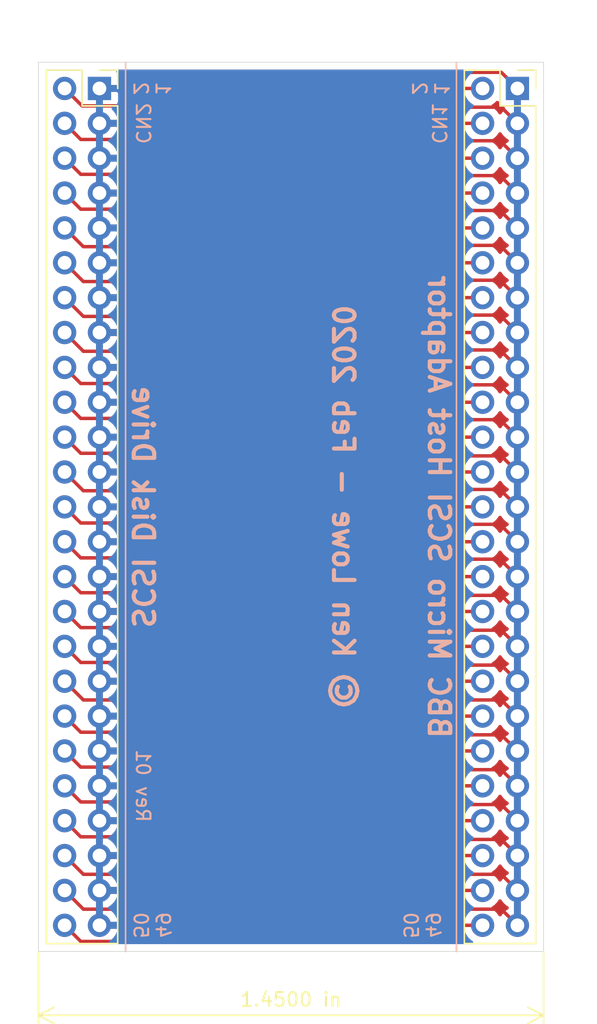
<source format=kicad_pcb>
(kicad_pcb (version 20171130) (host pcbnew "(5.1.5)-3")

  (general
    (thickness 1.6)
    (drawings 16)
    (tracks 215)
    (zones 0)
    (modules 2)
    (nets 27)
  )

  (page A4)
  (layers
    (0 F.Cu signal)
    (31 B.Cu signal)
    (32 B.Adhes user)
    (33 F.Adhes user)
    (34 B.Paste user)
    (35 F.Paste user)
    (36 B.SilkS user)
    (37 F.SilkS user)
    (38 B.Mask user)
    (39 F.Mask user)
    (40 Dwgs.User user)
    (41 Cmts.User user)
    (42 Eco1.User user)
    (43 Eco2.User user)
    (44 Edge.Cuts user)
    (45 Margin user)
    (46 B.CrtYd user)
    (47 F.CrtYd user)
    (48 B.Fab user)
    (49 F.Fab user)
  )

  (setup
    (last_trace_width 0.25)
    (trace_clearance 0.2)
    (zone_clearance 0.508)
    (zone_45_only no)
    (trace_min 0.2)
    (via_size 0.8)
    (via_drill 0.4)
    (via_min_size 0.4)
    (via_min_drill 0.3)
    (uvia_size 0.3)
    (uvia_drill 0.1)
    (uvias_allowed no)
    (uvia_min_size 0.2)
    (uvia_min_drill 0.1)
    (edge_width 0.05)
    (segment_width 0.2)
    (pcb_text_width 0.3)
    (pcb_text_size 1.5 1.5)
    (mod_edge_width 0.12)
    (mod_text_size 1 1)
    (mod_text_width 0.15)
    (pad_size 1.524 1.524)
    (pad_drill 0.762)
    (pad_to_mask_clearance 0.051)
    (solder_mask_min_width 0.25)
    (aux_axis_origin 0 0)
    (visible_elements 7FFFFFFF)
    (pcbplotparams
      (layerselection 0x010fc_ffffffff)
      (usegerberextensions false)
      (usegerberattributes false)
      (usegerberadvancedattributes false)
      (creategerberjobfile false)
      (excludeedgelayer true)
      (linewidth 0.100000)
      (plotframeref false)
      (viasonmask false)
      (mode 1)
      (useauxorigin false)
      (hpglpennumber 1)
      (hpglpenspeed 20)
      (hpglpendiameter 15.000000)
      (psnegative false)
      (psa4output false)
      (plotreference true)
      (plotvalue true)
      (plotinvisibletext false)
      (padsonsilk false)
      (subtractmaskfromsilk false)
      (outputformat 1)
      (mirror false)
      (drillshape 1)
      (scaleselection 1)
      (outputdirectory ""))
  )

  (net 0 "")
  (net 1 /SCSI_50)
  (net 2 /SCSI_49)
  (net 3 /SCSI_48)
  (net 4 /SCSI_47)
  (net 5 /SCSI_46)
  (net 6 /SCSI_45)
  (net 7 /SCSI_44)
  (net 8 /SCSI_43)
  (net 9 /SCSI_42)
  (net 10 /SCSI_41)
  (net 11 /SCSI_40)
  (net 12 /SCSI_39)
  (net 13 /SCSI_38)
  (net 14 /SCSI_37)
  (net 15 /SCSI_36)
  (net 16 /SCSI_35)
  (net 17 /SCSI_34)
  (net 18 /SCSI_33)
  (net 19 /SCSI_32)
  (net 20 /SCSI_31)
  (net 21 /SCSI_30)
  (net 22 /SCSI_29)
  (net 23 /SCSI_28)
  (net 24 /SCSI_27)
  (net 25 /SCSI_26)
  (net 26 GND)

  (net_class Default "This is the default net class."
    (clearance 0.2)
    (trace_width 0.25)
    (via_dia 0.8)
    (via_drill 0.4)
    (uvia_dia 0.3)
    (uvia_drill 0.1)
    (add_net /SCSI_26)
    (add_net /SCSI_27)
    (add_net /SCSI_28)
    (add_net /SCSI_29)
    (add_net /SCSI_30)
    (add_net /SCSI_31)
    (add_net /SCSI_32)
    (add_net /SCSI_33)
    (add_net /SCSI_34)
    (add_net /SCSI_35)
    (add_net /SCSI_36)
    (add_net /SCSI_37)
    (add_net /SCSI_38)
    (add_net /SCSI_39)
    (add_net /SCSI_40)
    (add_net /SCSI_41)
    (add_net /SCSI_42)
    (add_net /SCSI_43)
    (add_net /SCSI_44)
    (add_net /SCSI_45)
    (add_net /SCSI_46)
    (add_net /SCSI_47)
    (add_net /SCSI_48)
    (add_net /SCSI_49)
    (add_net /SCSI_50)
    (add_net GND)
  )

  (module Connector_PinSocket_2.54mm:PinSocket_2x25_P2.54mm_Vertical (layer F.Cu) (tedit 5A19A421) (tstamp 5E541CA0)
    (at 151.13 30.48)
    (descr "Through hole straight socket strip, 2x25, 2.54mm pitch, double cols (from Kicad 4.0.7), script generated")
    (tags "Through hole socket strip THT 2x25 2.54mm double row")
    (path /5E872D05)
    (fp_text reference CN1 (at -5.715 2.54 270 unlocked) (layer B.SilkS)
      (effects (font (size 1 1) (thickness 0.15)) (justify mirror))
    )
    (fp_text value "SCSI Host Adaptor" (at -1.27 63.73) (layer F.Fab)
      (effects (font (size 1 1) (thickness 0.15)))
    )
    (fp_text user %R (at -1.27 30.48 90) (layer F.Fab)
      (effects (font (size 1 1) (thickness 0.15)))
    )
    (fp_line (start -4.34 62.7) (end -4.34 -1.8) (layer F.CrtYd) (width 0.05))
    (fp_line (start 1.76 62.7) (end -4.34 62.7) (layer F.CrtYd) (width 0.05))
    (fp_line (start 1.76 -1.8) (end 1.76 62.7) (layer F.CrtYd) (width 0.05))
    (fp_line (start -4.34 -1.8) (end 1.76 -1.8) (layer F.CrtYd) (width 0.05))
    (fp_line (start 0 -1.33) (end 1.33 -1.33) (layer F.SilkS) (width 0.12))
    (fp_line (start 1.33 -1.33) (end 1.33 0) (layer F.SilkS) (width 0.12))
    (fp_line (start -1.27 -1.33) (end -1.27 1.27) (layer F.SilkS) (width 0.12))
    (fp_line (start -1.27 1.27) (end 1.33 1.27) (layer F.SilkS) (width 0.12))
    (fp_line (start 1.33 1.27) (end 1.33 62.29) (layer F.SilkS) (width 0.12))
    (fp_line (start -3.87 62.29) (end 1.33 62.29) (layer F.SilkS) (width 0.12))
    (fp_line (start -3.87 -1.33) (end -3.87 62.29) (layer F.SilkS) (width 0.12))
    (fp_line (start -3.87 -1.33) (end -1.27 -1.33) (layer F.SilkS) (width 0.12))
    (fp_line (start -3.81 62.23) (end -3.81 -1.27) (layer F.Fab) (width 0.1))
    (fp_line (start 1.27 62.23) (end -3.81 62.23) (layer F.Fab) (width 0.1))
    (fp_line (start 1.27 -0.27) (end 1.27 62.23) (layer F.Fab) (width 0.1))
    (fp_line (start 0.27 -1.27) (end 1.27 -0.27) (layer F.Fab) (width 0.1))
    (fp_line (start -3.81 -1.27) (end 0.27 -1.27) (layer F.Fab) (width 0.1))
    (pad 50 thru_hole oval (at -2.54 60.96) (size 1.7 1.7) (drill 1) (layers *.Cu *.Mask)
      (net 1 /SCSI_50))
    (pad 49 thru_hole oval (at 0 60.96) (size 1.7 1.7) (drill 1) (layers *.Cu *.Mask)
      (net 26 GND))
    (pad 48 thru_hole oval (at -2.54 58.42) (size 1.7 1.7) (drill 1) (layers *.Cu *.Mask)
      (net 2 /SCSI_49))
    (pad 47 thru_hole oval (at 0 58.42) (size 1.7 1.7) (drill 1) (layers *.Cu *.Mask)
      (net 26 GND))
    (pad 46 thru_hole oval (at -2.54 55.88) (size 1.7 1.7) (drill 1) (layers *.Cu *.Mask)
      (net 3 /SCSI_48))
    (pad 45 thru_hole oval (at 0 55.88) (size 1.7 1.7) (drill 1) (layers *.Cu *.Mask)
      (net 26 GND))
    (pad 44 thru_hole oval (at -2.54 53.34) (size 1.7 1.7) (drill 1) (layers *.Cu *.Mask)
      (net 4 /SCSI_47))
    (pad 43 thru_hole oval (at 0 53.34) (size 1.7 1.7) (drill 1) (layers *.Cu *.Mask)
      (net 26 GND))
    (pad 42 thru_hole oval (at -2.54 50.8) (size 1.7 1.7) (drill 1) (layers *.Cu *.Mask)
      (net 5 /SCSI_46))
    (pad 41 thru_hole oval (at 0 50.8) (size 1.7 1.7) (drill 1) (layers *.Cu *.Mask)
      (net 26 GND))
    (pad 40 thru_hole oval (at -2.54 48.26) (size 1.7 1.7) (drill 1) (layers *.Cu *.Mask)
      (net 6 /SCSI_45))
    (pad 39 thru_hole oval (at 0 48.26) (size 1.7 1.7) (drill 1) (layers *.Cu *.Mask)
      (net 26 GND))
    (pad 38 thru_hole oval (at -2.54 45.72) (size 1.7 1.7) (drill 1) (layers *.Cu *.Mask)
      (net 7 /SCSI_44))
    (pad 37 thru_hole oval (at 0 45.72) (size 1.7 1.7) (drill 1) (layers *.Cu *.Mask)
      (net 26 GND))
    (pad 36 thru_hole oval (at -2.54 43.18) (size 1.7 1.7) (drill 1) (layers *.Cu *.Mask)
      (net 8 /SCSI_43))
    (pad 35 thru_hole oval (at 0 43.18) (size 1.7 1.7) (drill 1) (layers *.Cu *.Mask)
      (net 26 GND))
    (pad 34 thru_hole oval (at -2.54 40.64) (size 1.7 1.7) (drill 1) (layers *.Cu *.Mask)
      (net 9 /SCSI_42))
    (pad 33 thru_hole oval (at 0 40.64) (size 1.7 1.7) (drill 1) (layers *.Cu *.Mask)
      (net 26 GND))
    (pad 32 thru_hole oval (at -2.54 38.1) (size 1.7 1.7) (drill 1) (layers *.Cu *.Mask)
      (net 10 /SCSI_41))
    (pad 31 thru_hole oval (at 0 38.1) (size 1.7 1.7) (drill 1) (layers *.Cu *.Mask)
      (net 26 GND))
    (pad 30 thru_hole oval (at -2.54 35.56) (size 1.7 1.7) (drill 1) (layers *.Cu *.Mask)
      (net 11 /SCSI_40))
    (pad 29 thru_hole oval (at 0 35.56) (size 1.7 1.7) (drill 1) (layers *.Cu *.Mask)
      (net 26 GND))
    (pad 28 thru_hole oval (at -2.54 33.02) (size 1.7 1.7) (drill 1) (layers *.Cu *.Mask)
      (net 12 /SCSI_39))
    (pad 27 thru_hole oval (at 0 33.02) (size 1.7 1.7) (drill 1) (layers *.Cu *.Mask)
      (net 26 GND))
    (pad 26 thru_hole oval (at -2.54 30.48) (size 1.7 1.7) (drill 1) (layers *.Cu *.Mask)
      (net 13 /SCSI_38))
    (pad 25 thru_hole oval (at 0 30.48) (size 1.7 1.7) (drill 1) (layers *.Cu *.Mask)
      (net 26 GND))
    (pad 24 thru_hole oval (at -2.54 27.94) (size 1.7 1.7) (drill 1) (layers *.Cu *.Mask)
      (net 14 /SCSI_37))
    (pad 23 thru_hole oval (at 0 27.94) (size 1.7 1.7) (drill 1) (layers *.Cu *.Mask)
      (net 26 GND))
    (pad 22 thru_hole oval (at -2.54 25.4) (size 1.7 1.7) (drill 1) (layers *.Cu *.Mask)
      (net 15 /SCSI_36))
    (pad 21 thru_hole oval (at 0 25.4) (size 1.7 1.7) (drill 1) (layers *.Cu *.Mask)
      (net 26 GND))
    (pad 20 thru_hole oval (at -2.54 22.86) (size 1.7 1.7) (drill 1) (layers *.Cu *.Mask)
      (net 16 /SCSI_35))
    (pad 19 thru_hole oval (at 0 22.86) (size 1.7 1.7) (drill 1) (layers *.Cu *.Mask)
      (net 26 GND))
    (pad 18 thru_hole oval (at -2.54 20.32) (size 1.7 1.7) (drill 1) (layers *.Cu *.Mask)
      (net 17 /SCSI_34))
    (pad 17 thru_hole oval (at 0 20.32) (size 1.7 1.7) (drill 1) (layers *.Cu *.Mask)
      (net 26 GND))
    (pad 16 thru_hole oval (at -2.54 17.78) (size 1.7 1.7) (drill 1) (layers *.Cu *.Mask)
      (net 18 /SCSI_33))
    (pad 15 thru_hole oval (at 0 17.78) (size 1.7 1.7) (drill 1) (layers *.Cu *.Mask)
      (net 26 GND))
    (pad 14 thru_hole oval (at -2.54 15.24) (size 1.7 1.7) (drill 1) (layers *.Cu *.Mask)
      (net 19 /SCSI_32))
    (pad 13 thru_hole oval (at 0 15.24) (size 1.7 1.7) (drill 1) (layers *.Cu *.Mask)
      (net 26 GND))
    (pad 12 thru_hole oval (at -2.54 12.7) (size 1.7 1.7) (drill 1) (layers *.Cu *.Mask)
      (net 20 /SCSI_31))
    (pad 11 thru_hole oval (at 0 12.7) (size 1.7 1.7) (drill 1) (layers *.Cu *.Mask)
      (net 26 GND))
    (pad 10 thru_hole oval (at -2.54 10.16) (size 1.7 1.7) (drill 1) (layers *.Cu *.Mask)
      (net 21 /SCSI_30))
    (pad 9 thru_hole oval (at 0 10.16) (size 1.7 1.7) (drill 1) (layers *.Cu *.Mask)
      (net 26 GND))
    (pad 8 thru_hole oval (at -2.54 7.62) (size 1.7 1.7) (drill 1) (layers *.Cu *.Mask)
      (net 22 /SCSI_29))
    (pad 7 thru_hole oval (at 0 7.62) (size 1.7 1.7) (drill 1) (layers *.Cu *.Mask)
      (net 26 GND))
    (pad 6 thru_hole oval (at -2.54 5.08) (size 1.7 1.7) (drill 1) (layers *.Cu *.Mask)
      (net 23 /SCSI_28))
    (pad 5 thru_hole oval (at 0 5.08) (size 1.7 1.7) (drill 1) (layers *.Cu *.Mask)
      (net 26 GND))
    (pad 4 thru_hole oval (at -2.54 2.54) (size 1.7 1.7) (drill 1) (layers *.Cu *.Mask)
      (net 24 /SCSI_27))
    (pad 3 thru_hole oval (at 0 2.54) (size 1.7 1.7) (drill 1) (layers *.Cu *.Mask)
      (net 26 GND))
    (pad 2 thru_hole oval (at -2.54 0) (size 1.7 1.7) (drill 1) (layers *.Cu *.Mask)
      (net 25 /SCSI_26))
    (pad 1 thru_hole rect (at 0 0) (size 1.7 1.7) (drill 1) (layers *.Cu *.Mask)
      (net 26 GND))
    (model ${KISYS3DMOD}/Connector_PinSocket_2.54mm.3dshapes/PinSocket_2x25_P2.54mm_Vertical.wrl
      (at (xyz 0 0 0))
      (scale (xyz 1 1 1))
      (rotate (xyz 0 0 0))
    )
  )

  (module Connector_PinSocket_2.54mm:PinSocket_2x25_P2.54mm_Vertical (layer F.Cu) (tedit 5A19A421) (tstamp 5E541C58)
    (at 120.65 30.48)
    (descr "Through hole straight socket strip, 2x25, 2.54mm pitch, double cols (from Kicad 4.0.7), script generated")
    (tags "Through hole socket strip THT 2x25 2.54mm double row")
    (path /5E766E4E)
    (fp_text reference CN2 (at 3.175 2.54 270 unlocked) (layer B.SilkS)
      (effects (font (size 1 1) (thickness 0.15)) (justify mirror))
    )
    (fp_text value "SCSI Disk Drive" (at -1.27 63.73) (layer F.Fab)
      (effects (font (size 1 1) (thickness 0.15)))
    )
    (fp_text user %R (at -1.27 30.48 90) (layer F.Fab)
      (effects (font (size 1 1) (thickness 0.15)))
    )
    (fp_line (start -4.34 62.7) (end -4.34 -1.8) (layer F.CrtYd) (width 0.05))
    (fp_line (start 1.76 62.7) (end -4.34 62.7) (layer F.CrtYd) (width 0.05))
    (fp_line (start 1.76 -1.8) (end 1.76 62.7) (layer F.CrtYd) (width 0.05))
    (fp_line (start -4.34 -1.8) (end 1.76 -1.8) (layer F.CrtYd) (width 0.05))
    (fp_line (start 0 -1.33) (end 1.33 -1.33) (layer F.SilkS) (width 0.12))
    (fp_line (start 1.33 -1.33) (end 1.33 0) (layer F.SilkS) (width 0.12))
    (fp_line (start -1.27 -1.33) (end -1.27 1.27) (layer F.SilkS) (width 0.12))
    (fp_line (start -1.27 1.27) (end 1.33 1.27) (layer F.SilkS) (width 0.12))
    (fp_line (start 1.33 1.27) (end 1.33 62.29) (layer F.SilkS) (width 0.12))
    (fp_line (start -3.87 62.29) (end 1.33 62.29) (layer F.SilkS) (width 0.12))
    (fp_line (start -3.87 -1.33) (end -3.87 62.29) (layer F.SilkS) (width 0.12))
    (fp_line (start -3.87 -1.33) (end -1.27 -1.33) (layer F.SilkS) (width 0.12))
    (fp_line (start -3.81 62.23) (end -3.81 -1.27) (layer F.Fab) (width 0.1))
    (fp_line (start 1.27 62.23) (end -3.81 62.23) (layer F.Fab) (width 0.1))
    (fp_line (start 1.27 -0.27) (end 1.27 62.23) (layer F.Fab) (width 0.1))
    (fp_line (start 0.27 -1.27) (end 1.27 -0.27) (layer F.Fab) (width 0.1))
    (fp_line (start -3.81 -1.27) (end 0.27 -1.27) (layer F.Fab) (width 0.1))
    (pad 50 thru_hole oval (at -2.54 60.96) (size 1.7 1.7) (drill 1) (layers *.Cu *.Mask)
      (net 1 /SCSI_50))
    (pad 49 thru_hole oval (at 0 60.96) (size 1.7 1.7) (drill 1) (layers *.Cu *.Mask)
      (net 26 GND))
    (pad 48 thru_hole oval (at -2.54 58.42) (size 1.7 1.7) (drill 1) (layers *.Cu *.Mask)
      (net 2 /SCSI_49))
    (pad 47 thru_hole oval (at 0 58.42) (size 1.7 1.7) (drill 1) (layers *.Cu *.Mask)
      (net 26 GND))
    (pad 46 thru_hole oval (at -2.54 55.88) (size 1.7 1.7) (drill 1) (layers *.Cu *.Mask)
      (net 3 /SCSI_48))
    (pad 45 thru_hole oval (at 0 55.88) (size 1.7 1.7) (drill 1) (layers *.Cu *.Mask)
      (net 26 GND))
    (pad 44 thru_hole oval (at -2.54 53.34) (size 1.7 1.7) (drill 1) (layers *.Cu *.Mask)
      (net 4 /SCSI_47))
    (pad 43 thru_hole oval (at 0 53.34) (size 1.7 1.7) (drill 1) (layers *.Cu *.Mask)
      (net 26 GND))
    (pad 42 thru_hole oval (at -2.54 50.8) (size 1.7 1.7) (drill 1) (layers *.Cu *.Mask)
      (net 5 /SCSI_46))
    (pad 41 thru_hole oval (at 0 50.8) (size 1.7 1.7) (drill 1) (layers *.Cu *.Mask)
      (net 26 GND))
    (pad 40 thru_hole oval (at -2.54 48.26) (size 1.7 1.7) (drill 1) (layers *.Cu *.Mask)
      (net 6 /SCSI_45))
    (pad 39 thru_hole oval (at 0 48.26) (size 1.7 1.7) (drill 1) (layers *.Cu *.Mask)
      (net 26 GND))
    (pad 38 thru_hole oval (at -2.54 45.72) (size 1.7 1.7) (drill 1) (layers *.Cu *.Mask)
      (net 7 /SCSI_44))
    (pad 37 thru_hole oval (at 0 45.72) (size 1.7 1.7) (drill 1) (layers *.Cu *.Mask)
      (net 26 GND))
    (pad 36 thru_hole oval (at -2.54 43.18) (size 1.7 1.7) (drill 1) (layers *.Cu *.Mask)
      (net 8 /SCSI_43))
    (pad 35 thru_hole oval (at 0 43.18) (size 1.7 1.7) (drill 1) (layers *.Cu *.Mask)
      (net 26 GND))
    (pad 34 thru_hole oval (at -2.54 40.64) (size 1.7 1.7) (drill 1) (layers *.Cu *.Mask)
      (net 9 /SCSI_42))
    (pad 33 thru_hole oval (at 0 40.64) (size 1.7 1.7) (drill 1) (layers *.Cu *.Mask)
      (net 26 GND))
    (pad 32 thru_hole oval (at -2.54 38.1) (size 1.7 1.7) (drill 1) (layers *.Cu *.Mask)
      (net 10 /SCSI_41))
    (pad 31 thru_hole oval (at 0 38.1) (size 1.7 1.7) (drill 1) (layers *.Cu *.Mask)
      (net 26 GND))
    (pad 30 thru_hole oval (at -2.54 35.56) (size 1.7 1.7) (drill 1) (layers *.Cu *.Mask)
      (net 11 /SCSI_40))
    (pad 29 thru_hole oval (at 0 35.56) (size 1.7 1.7) (drill 1) (layers *.Cu *.Mask)
      (net 26 GND))
    (pad 28 thru_hole oval (at -2.54 33.02) (size 1.7 1.7) (drill 1) (layers *.Cu *.Mask)
      (net 12 /SCSI_39))
    (pad 27 thru_hole oval (at 0 33.02) (size 1.7 1.7) (drill 1) (layers *.Cu *.Mask)
      (net 26 GND))
    (pad 26 thru_hole oval (at -2.54 30.48) (size 1.7 1.7) (drill 1) (layers *.Cu *.Mask)
      (net 13 /SCSI_38))
    (pad 25 thru_hole oval (at 0 30.48) (size 1.7 1.7) (drill 1) (layers *.Cu *.Mask)
      (net 26 GND))
    (pad 24 thru_hole oval (at -2.54 27.94) (size 1.7 1.7) (drill 1) (layers *.Cu *.Mask)
      (net 14 /SCSI_37))
    (pad 23 thru_hole oval (at 0 27.94) (size 1.7 1.7) (drill 1) (layers *.Cu *.Mask)
      (net 26 GND))
    (pad 22 thru_hole oval (at -2.54 25.4) (size 1.7 1.7) (drill 1) (layers *.Cu *.Mask)
      (net 15 /SCSI_36))
    (pad 21 thru_hole oval (at 0 25.4) (size 1.7 1.7) (drill 1) (layers *.Cu *.Mask)
      (net 26 GND))
    (pad 20 thru_hole oval (at -2.54 22.86) (size 1.7 1.7) (drill 1) (layers *.Cu *.Mask)
      (net 16 /SCSI_35))
    (pad 19 thru_hole oval (at 0 22.86) (size 1.7 1.7) (drill 1) (layers *.Cu *.Mask)
      (net 26 GND))
    (pad 18 thru_hole oval (at -2.54 20.32) (size 1.7 1.7) (drill 1) (layers *.Cu *.Mask)
      (net 17 /SCSI_34))
    (pad 17 thru_hole oval (at 0 20.32) (size 1.7 1.7) (drill 1) (layers *.Cu *.Mask)
      (net 26 GND))
    (pad 16 thru_hole oval (at -2.54 17.78) (size 1.7 1.7) (drill 1) (layers *.Cu *.Mask)
      (net 18 /SCSI_33))
    (pad 15 thru_hole oval (at 0 17.78) (size 1.7 1.7) (drill 1) (layers *.Cu *.Mask)
      (net 26 GND))
    (pad 14 thru_hole oval (at -2.54 15.24) (size 1.7 1.7) (drill 1) (layers *.Cu *.Mask)
      (net 19 /SCSI_32))
    (pad 13 thru_hole oval (at 0 15.24) (size 1.7 1.7) (drill 1) (layers *.Cu *.Mask)
      (net 26 GND))
    (pad 12 thru_hole oval (at -2.54 12.7) (size 1.7 1.7) (drill 1) (layers *.Cu *.Mask)
      (net 20 /SCSI_31))
    (pad 11 thru_hole oval (at 0 12.7) (size 1.7 1.7) (drill 1) (layers *.Cu *.Mask)
      (net 26 GND))
    (pad 10 thru_hole oval (at -2.54 10.16) (size 1.7 1.7) (drill 1) (layers *.Cu *.Mask)
      (net 21 /SCSI_30))
    (pad 9 thru_hole oval (at 0 10.16) (size 1.7 1.7) (drill 1) (layers *.Cu *.Mask)
      (net 26 GND))
    (pad 8 thru_hole oval (at -2.54 7.62) (size 1.7 1.7) (drill 1) (layers *.Cu *.Mask)
      (net 22 /SCSI_29))
    (pad 7 thru_hole oval (at 0 7.62) (size 1.7 1.7) (drill 1) (layers *.Cu *.Mask)
      (net 26 GND))
    (pad 6 thru_hole oval (at -2.54 5.08) (size 1.7 1.7) (drill 1) (layers *.Cu *.Mask)
      (net 23 /SCSI_28))
    (pad 5 thru_hole oval (at 0 5.08) (size 1.7 1.7) (drill 1) (layers *.Cu *.Mask)
      (net 26 GND))
    (pad 4 thru_hole oval (at -2.54 2.54) (size 1.7 1.7) (drill 1) (layers *.Cu *.Mask)
      (net 24 /SCSI_27))
    (pad 3 thru_hole oval (at 0 2.54) (size 1.7 1.7) (drill 1) (layers *.Cu *.Mask)
      (net 26 GND))
    (pad 2 thru_hole oval (at -2.54 0) (size 1.7 1.7) (drill 1) (layers *.Cu *.Mask)
      (net 25 /SCSI_26))
    (pad 1 thru_hole rect (at 0 0) (size 1.7 1.7) (drill 1) (layers *.Cu *.Mask)
      (net 26 GND))
    (model ${KISYS3DMOD}/Connector_PinSocket_2.54mm.3dshapes/PinSocket_2x25_P2.54mm_Vertical.wrl
      (at (xyz 0 0 0))
      (scale (xyz 1 1 1))
      (rotate (xyz 0 0 0))
    )
  )

  (dimension 36.83 (width 0.12) (layer F.SilkS)
    (gr_text "36.830 mm" (at 134.62 99.27) (layer F.SilkS)
      (effects (font (size 1 1) (thickness 0.15)))
    )
    (feature1 (pts (xy 153.035 93.345) (xy 153.035 98.586421)))
    (feature2 (pts (xy 116.205 93.345) (xy 116.205 98.586421)))
    (crossbar (pts (xy 116.205 98) (xy 153.035 98)))
    (arrow1a (pts (xy 153.035 98) (xy 151.908496 98.586421)))
    (arrow1b (pts (xy 153.035 98) (xy 151.908496 97.413579)))
    (arrow2a (pts (xy 116.205 98) (xy 117.331504 98.586421)))
    (arrow2b (pts (xy 116.205 98) (xy 117.331504 97.413579)))
  )
  (gr_text "Rev 01" (at 123.825 81.28 270) (layer B.SilkS) (tstamp 5E544EC4)
    (effects (font (size 1 1) (thickness 0.15)) (justify mirror))
  )
  (gr_text "© Ken Lowe - Feb 2020" (at 138.43 60.96 270) (layer B.SilkS)
    (effects (font (size 1.5 1.5) (thickness 0.3)) (justify mirror))
  )
  (gr_text "49\n50" (at 144.145 91.44 270) (layer B.SilkS) (tstamp 5E5443BE)
    (effects (font (size 1 1) (thickness 0.15)) (justify mirror))
  )
  (gr_text "49\n50" (at 124.46 91.44 270) (layer B.SilkS) (tstamp 5E5443B8)
    (effects (font (size 1 1) (thickness 0.15)) (justify mirror))
  )
  (gr_text "1\n2" (at 144.78 30.48 270) (layer B.SilkS) (tstamp 5E54422C)
    (effects (font (size 1 1) (thickness 0.15)) (justify mirror))
  )
  (gr_text "1\n2" (at 124.46 30.48 270) (layer B.SilkS)
    (effects (font (size 1 1) (thickness 0.15)) (justify mirror))
  )
  (gr_text "SCSI Disk Drive" (at 123.825 60.96 270) (layer B.SilkS)
    (effects (font (size 1.5 1.5) (thickness 0.3)) (justify mirror))
  )
  (gr_text "BBC Micro SCSI Host Adaptor" (at 145.415 60.96 270) (layer B.SilkS)
    (effects (font (size 1.5 1.5) (thickness 0.3)) (justify mirror))
  )
  (gr_line (start 122.555 93.345) (end 122.555 28.575) (layer B.SilkS) (width 0.12))
  (gr_line (start 146.685 28.575) (end 146.685 93.345) (layer B.SilkS) (width 0.12))
  (gr_line (start 116.205 93.345) (end 116.205 28.575) (layer Edge.Cuts) (width 0.05) (tstamp 5E5422FC))
  (gr_line (start 153.035 93.345) (end 116.205 93.345) (layer Edge.Cuts) (width 0.05))
  (gr_line (start 153.035 28.575) (end 153.035 93.345) (layer Edge.Cuts) (width 0.05))
  (gr_line (start 116.205 28.575) (end 153.035 28.575) (layer Edge.Cuts) (width 0.05))
  (dimension 30.48 (width 0.15) (layer F.Fab)
    (gr_text "30.480 mm" (at 133.35 24.735) (layer F.Fab)
      (effects (font (size 1 1) (thickness 0.15)))
    )
    (feature1 (pts (xy 148.59 30.48) (xy 148.59 25.448579)))
    (feature2 (pts (xy 118.11 30.48) (xy 118.11 25.448579)))
    (crossbar (pts (xy 118.11 26.035) (xy 148.59 26.035)))
    (arrow1a (pts (xy 148.59 26.035) (xy 147.463496 26.621421)))
    (arrow1b (pts (xy 148.59 26.035) (xy 147.463496 25.448579)))
    (arrow2a (pts (xy 118.11 26.035) (xy 119.236504 26.621421)))
    (arrow2b (pts (xy 118.11 26.035) (xy 119.236504 25.448579)))
  )

  (segment (start 119.285001 92.615001) (end 145.509999 92.615001) (width 0.25) (layer F.Cu) (net 1))
  (segment (start 118.11 91.44) (end 119.285001 92.615001) (width 0.25) (layer F.Cu) (net 1))
  (segment (start 146.685 91.44) (end 148.59 91.44) (width 0.25) (layer F.Cu) (net 1))
  (segment (start 145.509999 92.615001) (end 146.685 91.44) (width 0.25) (layer F.Cu) (net 1))
  (segment (start 119.474999 90.264999) (end 145.320001 90.264999) (width 0.25) (layer F.Cu) (net 2))
  (segment (start 118.11 88.9) (end 119.474999 90.264999) (width 0.25) (layer F.Cu) (net 2))
  (segment (start 146.685 88.9) (end 148.59 88.9) (width 0.25) (layer F.Cu) (net 2))
  (segment (start 145.320001 90.264999) (end 146.685 88.9) (width 0.25) (layer F.Cu) (net 2))
  (segment (start 119.474999 87.724999) (end 145.320001 87.724999) (width 0.25) (layer F.Cu) (net 3))
  (segment (start 118.11 86.36) (end 119.474999 87.724999) (width 0.25) (layer F.Cu) (net 3))
  (segment (start 146.685 86.36) (end 148.59 86.36) (width 0.25) (layer F.Cu) (net 3))
  (segment (start 145.320001 87.724999) (end 146.685 86.36) (width 0.25) (layer F.Cu) (net 3))
  (segment (start 119.285001 84.995001) (end 145.509999 84.995001) (width 0.25) (layer F.Cu) (net 4))
  (segment (start 118.11 83.82) (end 119.285001 84.995001) (width 0.25) (layer F.Cu) (net 4))
  (segment (start 146.685 83.82) (end 148.59 83.82) (width 0.25) (layer F.Cu) (net 4))
  (segment (start 145.509999 84.995001) (end 146.685 83.82) (width 0.25) (layer F.Cu) (net 4))
  (segment (start 119.285001 82.455001) (end 145.509999 82.455001) (width 0.25) (layer F.Cu) (net 5))
  (segment (start 118.11 81.28) (end 119.285001 82.455001) (width 0.25) (layer F.Cu) (net 5))
  (segment (start 146.685 81.28) (end 148.59 81.28) (width 0.25) (layer F.Cu) (net 5))
  (segment (start 145.509999 82.455001) (end 146.685 81.28) (width 0.25) (layer F.Cu) (net 5))
  (segment (start 119.285001 79.915001) (end 145.509999 79.915001) (width 0.25) (layer F.Cu) (net 6))
  (segment (start 118.11 78.74) (end 119.285001 79.915001) (width 0.25) (layer F.Cu) (net 6))
  (segment (start 146.685 78.74) (end 148.59 78.74) (width 0.25) (layer F.Cu) (net 6))
  (segment (start 145.509999 79.915001) (end 146.685 78.74) (width 0.25) (layer F.Cu) (net 6))
  (segment (start 119.285001 77.375001) (end 145.509999 77.375001) (width 0.25) (layer F.Cu) (net 7))
  (segment (start 118.11 76.2) (end 119.285001 77.375001) (width 0.25) (layer F.Cu) (net 7))
  (segment (start 146.685 76.2) (end 148.59 76.2) (width 0.25) (layer F.Cu) (net 7))
  (segment (start 145.509999 77.375001) (end 146.685 76.2) (width 0.25) (layer F.Cu) (net 7))
  (segment (start 119.474999 75.024999) (end 145.320001 75.024999) (width 0.25) (layer F.Cu) (net 8))
  (segment (start 118.11 73.66) (end 119.474999 75.024999) (width 0.25) (layer F.Cu) (net 8))
  (segment (start 146.685 73.66) (end 148.59 73.66) (width 0.25) (layer F.Cu) (net 8))
  (segment (start 145.320001 75.024999) (end 146.685 73.66) (width 0.25) (layer F.Cu) (net 8))
  (segment (start 119.285001 72.295001) (end 145.509999 72.295001) (width 0.25) (layer F.Cu) (net 9))
  (segment (start 118.11 71.12) (end 119.285001 72.295001) (width 0.25) (layer F.Cu) (net 9))
  (segment (start 146.685 71.12) (end 148.59 71.12) (width 0.25) (layer F.Cu) (net 9))
  (segment (start 145.509999 72.295001) (end 146.685 71.12) (width 0.25) (layer F.Cu) (net 9))
  (segment (start 119.285001 69.755001) (end 145.509999 69.755001) (width 0.25) (layer F.Cu) (net 10))
  (segment (start 118.11 68.58) (end 119.285001 69.755001) (width 0.25) (layer F.Cu) (net 10))
  (segment (start 146.685 68.58) (end 148.59 68.58) (width 0.25) (layer F.Cu) (net 10))
  (segment (start 145.509999 69.755001) (end 146.685 68.58) (width 0.25) (layer F.Cu) (net 10))
  (segment (start 119.285001 67.215001) (end 145.509999 67.215001) (width 0.25) (layer F.Cu) (net 11))
  (segment (start 118.11 66.04) (end 119.285001 67.215001) (width 0.25) (layer F.Cu) (net 11))
  (segment (start 146.685 66.04) (end 148.59 66.04) (width 0.25) (layer F.Cu) (net 11))
  (segment (start 145.509999 67.215001) (end 146.685 66.04) (width 0.25) (layer F.Cu) (net 11))
  (segment (start 119.285001 64.675001) (end 145.509999 64.675001) (width 0.25) (layer F.Cu) (net 12))
  (segment (start 118.11 63.5) (end 119.285001 64.675001) (width 0.25) (layer F.Cu) (net 12))
  (segment (start 146.685 63.5) (end 148.59 63.5) (width 0.25) (layer F.Cu) (net 12))
  (segment (start 145.509999 64.675001) (end 146.685 63.5) (width 0.25) (layer F.Cu) (net 12))
  (segment (start 119.285001 62.135001) (end 145.509999 62.135001) (width 0.25) (layer F.Cu) (net 13))
  (segment (start 118.11 60.96) (end 119.285001 62.135001) (width 0.25) (layer F.Cu) (net 13))
  (segment (start 146.685 60.96) (end 148.59 60.96) (width 0.25) (layer F.Cu) (net 13))
  (segment (start 145.509999 62.135001) (end 146.685 60.96) (width 0.25) (layer F.Cu) (net 13))
  (segment (start 119.474999 59.784999) (end 145.320001 59.784999) (width 0.25) (layer F.Cu) (net 14))
  (segment (start 118.11 58.42) (end 119.474999 59.784999) (width 0.25) (layer F.Cu) (net 14))
  (segment (start 146.685 58.42) (end 148.59 58.42) (width 0.25) (layer F.Cu) (net 14))
  (segment (start 145.320001 59.784999) (end 146.685 58.42) (width 0.25) (layer F.Cu) (net 14))
  (segment (start 119.285001 57.055001) (end 145.320001 57.055001) (width 0.25) (layer F.Cu) (net 15))
  (segment (start 118.11 55.88) (end 119.285001 57.055001) (width 0.25) (layer F.Cu) (net 15))
  (segment (start 146.495002 55.88) (end 148.59 55.88) (width 0.25) (layer F.Cu) (net 15))
  (segment (start 145.320001 57.055001) (end 146.495002 55.88) (width 0.25) (layer F.Cu) (net 15))
  (segment (start 119.285001 54.515001) (end 145.320001 54.515001) (width 0.25) (layer F.Cu) (net 16))
  (segment (start 118.11 53.34) (end 119.285001 54.515001) (width 0.25) (layer F.Cu) (net 16))
  (segment (start 146.495002 53.34) (end 148.59 53.34) (width 0.25) (layer F.Cu) (net 16))
  (segment (start 145.320001 54.515001) (end 146.495002 53.34) (width 0.25) (layer F.Cu) (net 16))
  (segment (start 119.285001 51.975001) (end 145.320001 51.975001) (width 0.25) (layer F.Cu) (net 17))
  (segment (start 118.11 50.8) (end 119.285001 51.975001) (width 0.25) (layer F.Cu) (net 17))
  (segment (start 145.320001 51.975001) (end 146.495002 50.8) (width 0.25) (layer F.Cu) (net 17))
  (segment (start 146.495002 50.8) (end 148.59 50.8) (width 0.25) (layer F.Cu) (net 17))
  (segment (start 119.474999 49.624999) (end 145.320001 49.624999) (width 0.25) (layer F.Cu) (net 18))
  (segment (start 118.11 48.26) (end 119.474999 49.624999) (width 0.25) (layer F.Cu) (net 18))
  (segment (start 145.320001 49.624999) (end 146.685 48.26) (width 0.25) (layer F.Cu) (net 18))
  (segment (start 146.685 48.26) (end 148.59 48.26) (width 0.25) (layer F.Cu) (net 18))
  (segment (start 119.474999 47.084999) (end 145.320001 47.084999) (width 0.25) (layer F.Cu) (net 19))
  (segment (start 118.11 45.72) (end 119.474999 47.084999) (width 0.25) (layer F.Cu) (net 19))
  (segment (start 146.685 45.72) (end 148.59 45.72) (width 0.25) (layer F.Cu) (net 19))
  (segment (start 145.320001 47.084999) (end 146.685 45.72) (width 0.25) (layer F.Cu) (net 19))
  (segment (start 146.685 43.18) (end 148.59 43.18) (width 0.25) (layer F.Cu) (net 20))
  (segment (start 145.320001 44.544999) (end 146.685 43.18) (width 0.25) (layer F.Cu) (net 20))
  (segment (start 118.11 43.18) (end 119.474999 44.544999) (width 0.25) (layer F.Cu) (net 20))
  (segment (start 119.474999 44.544999) (end 145.320001 44.544999) (width 0.25) (layer F.Cu) (net 20))
  (segment (start 146.685 40.64) (end 148.59 40.64) (width 0.25) (layer F.Cu) (net 21))
  (segment (start 145.320001 42.004999) (end 146.685 40.64) (width 0.25) (layer F.Cu) (net 21))
  (segment (start 118.11 40.64) (end 119.474999 42.004999) (width 0.25) (layer F.Cu) (net 21))
  (segment (start 119.474999 42.004999) (end 145.320001 42.004999) (width 0.25) (layer F.Cu) (net 21))
  (segment (start 119.285001 39.275001) (end 145.320001 39.275001) (width 0.25) (layer F.Cu) (net 22))
  (segment (start 118.11 38.1) (end 119.285001 39.275001) (width 0.25) (layer F.Cu) (net 22))
  (segment (start 146.495002 38.1) (end 148.59 38.1) (width 0.25) (layer F.Cu) (net 22))
  (segment (start 145.320001 39.275001) (end 146.495002 38.1) (width 0.25) (layer F.Cu) (net 22))
  (segment (start 119.285001 36.735001) (end 145.509999 36.735001) (width 0.25) (layer F.Cu) (net 23))
  (segment (start 118.11 35.56) (end 119.285001 36.735001) (width 0.25) (layer F.Cu) (net 23))
  (segment (start 146.685 35.56) (end 148.59 35.56) (width 0.25) (layer F.Cu) (net 23))
  (segment (start 145.509999 36.735001) (end 146.685 35.56) (width 0.25) (layer F.Cu) (net 23))
  (segment (start 119.285001 34.195001) (end 145.320001 34.195001) (width 0.25) (layer F.Cu) (net 24))
  (segment (start 118.11 33.02) (end 119.285001 34.195001) (width 0.25) (layer F.Cu) (net 24))
  (segment (start 146.495002 33.02) (end 148.59 33.02) (width 0.25) (layer F.Cu) (net 24))
  (segment (start 145.320001 34.195001) (end 146.495002 33.02) (width 0.25) (layer F.Cu) (net 24))
  (segment (start 146.685 30.48) (end 148.59 30.48) (width 0.25) (layer F.Cu) (net 25))
  (segment (start 145.415 31.75) (end 146.685 30.48) (width 0.25) (layer F.Cu) (net 25))
  (segment (start 119.38 31.75) (end 145.415 31.75) (width 0.25) (layer F.Cu) (net 25))
  (segment (start 118.11 30.48) (end 119.38 31.75) (width 0.25) (layer F.Cu) (net 25))
  (segment (start 120.65 91.44) (end 145.415 91.44) (width 0.25) (layer F.Cu) (net 26))
  (segment (start 150.280001 90.590001) (end 151.13 91.44) (width 0.25) (layer F.Cu) (net 26))
  (segment (start 149.954999 90.264999) (end 150.280001 90.590001) (width 0.25) (layer F.Cu) (net 26))
  (segment (start 146.590001 90.264999) (end 149.954999 90.264999) (width 0.25) (layer F.Cu) (net 26))
  (segment (start 145.415 91.44) (end 146.590001 90.264999) (width 0.25) (layer F.Cu) (net 26))
  (segment (start 120.65 88.9) (end 145.415 88.9) (width 0.25) (layer F.Cu) (net 26))
  (segment (start 150.280001 88.050001) (end 151.13 88.9) (width 0.25) (layer F.Cu) (net 26))
  (segment (start 149.954999 87.724999) (end 150.280001 88.050001) (width 0.25) (layer F.Cu) (net 26))
  (segment (start 146.590001 87.724999) (end 149.954999 87.724999) (width 0.25) (layer F.Cu) (net 26))
  (segment (start 145.415 88.9) (end 146.590001 87.724999) (width 0.25) (layer F.Cu) (net 26))
  (segment (start 120.65 86.36) (end 145.415 86.36) (width 0.25) (layer F.Cu) (net 26))
  (segment (start 149.954999 85.184999) (end 150.280001 85.510001) (width 0.25) (layer F.Cu) (net 26))
  (segment (start 146.590001 85.184999) (end 149.954999 85.184999) (width 0.25) (layer F.Cu) (net 26))
  (segment (start 150.280001 85.510001) (end 151.13 86.36) (width 0.25) (layer F.Cu) (net 26))
  (segment (start 145.415 86.36) (end 146.590001 85.184999) (width 0.25) (layer F.Cu) (net 26))
  (segment (start 120.65 83.82) (end 145.415 83.82) (width 0.25) (layer F.Cu) (net 26))
  (segment (start 150.280001 82.970001) (end 151.13 83.82) (width 0.25) (layer F.Cu) (net 26))
  (segment (start 149.954999 82.644999) (end 150.280001 82.970001) (width 0.25) (layer F.Cu) (net 26))
  (segment (start 146.590001 82.644999) (end 149.954999 82.644999) (width 0.25) (layer F.Cu) (net 26))
  (segment (start 145.415 83.82) (end 146.590001 82.644999) (width 0.25) (layer F.Cu) (net 26))
  (segment (start 120.65 81.28) (end 145.415 81.28) (width 0.25) (layer F.Cu) (net 26))
  (segment (start 150.280001 80.430001) (end 151.13 81.28) (width 0.25) (layer F.Cu) (net 26))
  (segment (start 149.954999 80.104999) (end 150.280001 80.430001) (width 0.25) (layer F.Cu) (net 26))
  (segment (start 146.590001 80.104999) (end 149.954999 80.104999) (width 0.25) (layer F.Cu) (net 26))
  (segment (start 145.415 81.28) (end 146.590001 80.104999) (width 0.25) (layer F.Cu) (net 26))
  (segment (start 120.65 78.74) (end 145.415 78.74) (width 0.25) (layer F.Cu) (net 26))
  (segment (start 149.954999 77.564999) (end 150.280001 77.890001) (width 0.25) (layer F.Cu) (net 26))
  (segment (start 146.590001 77.564999) (end 149.954999 77.564999) (width 0.25) (layer F.Cu) (net 26))
  (segment (start 150.280001 77.890001) (end 151.13 78.74) (width 0.25) (layer F.Cu) (net 26))
  (segment (start 145.415 78.74) (end 146.590001 77.564999) (width 0.25) (layer F.Cu) (net 26))
  (segment (start 120.65 76.2) (end 145.415 76.2) (width 0.25) (layer F.Cu) (net 26))
  (segment (start 149.954999 75.024999) (end 150.280001 75.350001) (width 0.25) (layer F.Cu) (net 26))
  (segment (start 150.280001 75.350001) (end 151.13 76.2) (width 0.25) (layer F.Cu) (net 26))
  (segment (start 146.590001 75.024999) (end 149.954999 75.024999) (width 0.25) (layer F.Cu) (net 26))
  (segment (start 145.415 76.2) (end 146.590001 75.024999) (width 0.25) (layer F.Cu) (net 26))
  (segment (start 120.65 73.66) (end 145.415 73.66) (width 0.25) (layer F.Cu) (net 26))
  (segment (start 150.280001 72.810001) (end 151.13 73.66) (width 0.25) (layer F.Cu) (net 26))
  (segment (start 149.954999 72.484999) (end 150.280001 72.810001) (width 0.25) (layer F.Cu) (net 26))
  (segment (start 146.590001 72.484999) (end 149.954999 72.484999) (width 0.25) (layer F.Cu) (net 26))
  (segment (start 145.415 73.66) (end 146.590001 72.484999) (width 0.25) (layer F.Cu) (net 26))
  (segment (start 120.65 71.12) (end 145.415 71.12) (width 0.25) (layer F.Cu) (net 26))
  (segment (start 150.280001 70.270001) (end 151.13 71.12) (width 0.25) (layer F.Cu) (net 26))
  (segment (start 149.954999 69.944999) (end 150.280001 70.270001) (width 0.25) (layer F.Cu) (net 26))
  (segment (start 146.590001 69.944999) (end 149.954999 69.944999) (width 0.25) (layer F.Cu) (net 26))
  (segment (start 145.415 71.12) (end 146.590001 69.944999) (width 0.25) (layer F.Cu) (net 26))
  (segment (start 120.65 68.58) (end 145.415 68.58) (width 0.25) (layer F.Cu) (net 26))
  (segment (start 150.280001 67.730001) (end 151.13 68.58) (width 0.25) (layer F.Cu) (net 26))
  (segment (start 149.954999 67.404999) (end 150.280001 67.730001) (width 0.25) (layer F.Cu) (net 26))
  (segment (start 146.590001 67.404999) (end 149.954999 67.404999) (width 0.25) (layer F.Cu) (net 26))
  (segment (start 145.415 68.58) (end 146.590001 67.404999) (width 0.25) (layer F.Cu) (net 26))
  (segment (start 120.65 66.04) (end 145.415 66.04) (width 0.25) (layer F.Cu) (net 26))
  (segment (start 145.415 66.04) (end 146.685 64.77) (width 0.25) (layer F.Cu) (net 26))
  (segment (start 149.86 64.77) (end 151.13 66.04) (width 0.25) (layer F.Cu) (net 26))
  (segment (start 146.685 64.77) (end 149.86 64.77) (width 0.25) (layer F.Cu) (net 26))
  (segment (start 120.65 63.5) (end 145.415 63.5) (width 0.25) (layer F.Cu) (net 26))
  (segment (start 145.415 63.5) (end 146.685 62.23) (width 0.25) (layer F.Cu) (net 26))
  (segment (start 149.86 62.23) (end 151.13 63.5) (width 0.25) (layer F.Cu) (net 26))
  (segment (start 146.685 62.23) (end 149.86 62.23) (width 0.25) (layer F.Cu) (net 26))
  (segment (start 120.65 60.96) (end 145.415 60.96) (width 0.25) (layer F.Cu) (net 26))
  (segment (start 145.415 60.96) (end 146.685 59.69) (width 0.25) (layer F.Cu) (net 26))
  (segment (start 149.86 59.69) (end 151.13 60.96) (width 0.25) (layer F.Cu) (net 26))
  (segment (start 146.685 59.69) (end 149.86 59.69) (width 0.25) (layer F.Cu) (net 26))
  (segment (start 120.65 58.42) (end 145.415 58.42) (width 0.25) (layer F.Cu) (net 26))
  (segment (start 150.280001 57.570001) (end 151.13 58.42) (width 0.25) (layer F.Cu) (net 26))
  (segment (start 146.590001 57.244999) (end 149.954999 57.244999) (width 0.25) (layer F.Cu) (net 26))
  (segment (start 149.954999 57.244999) (end 150.280001 57.570001) (width 0.25) (layer F.Cu) (net 26))
  (segment (start 145.415 58.42) (end 146.590001 57.244999) (width 0.25) (layer F.Cu) (net 26))
  (segment (start 120.65 55.88) (end 145.415 55.88) (width 0.25) (layer F.Cu) (net 26))
  (segment (start 145.415 55.88) (end 146.685 54.61) (width 0.25) (layer F.Cu) (net 26))
  (segment (start 149.86 54.61) (end 151.13 55.88) (width 0.25) (layer F.Cu) (net 26))
  (segment (start 146.685 54.61) (end 149.86 54.61) (width 0.25) (layer F.Cu) (net 26))
  (segment (start 120.65 53.34) (end 145.415 53.34) (width 0.25) (layer F.Cu) (net 26))
  (segment (start 145.415 53.34) (end 146.685 52.07) (width 0.25) (layer F.Cu) (net 26))
  (segment (start 149.86 52.07) (end 151.13 53.34) (width 0.25) (layer F.Cu) (net 26))
  (segment (start 146.685 52.07) (end 149.86 52.07) (width 0.25) (layer F.Cu) (net 26))
  (segment (start 120.65 50.8) (end 145.415 50.8) (width 0.25) (layer F.Cu) (net 26))
  (segment (start 145.415 50.8) (end 146.685 49.53) (width 0.25) (layer F.Cu) (net 26))
  (segment (start 149.86 49.53) (end 151.13 50.8) (width 0.25) (layer F.Cu) (net 26))
  (segment (start 146.685 49.53) (end 149.86 49.53) (width 0.25) (layer F.Cu) (net 26))
  (segment (start 120.65 48.26) (end 145.415 48.26) (width 0.25) (layer F.Cu) (net 26))
  (segment (start 145.415 48.26) (end 146.685 46.99) (width 0.25) (layer F.Cu) (net 26))
  (segment (start 149.86 46.99) (end 151.13 48.26) (width 0.25) (layer F.Cu) (net 26))
  (segment (start 146.685 46.99) (end 149.86 46.99) (width 0.25) (layer F.Cu) (net 26))
  (segment (start 120.65 45.72) (end 145.415 45.72) (width 0.25) (layer F.Cu) (net 26))
  (segment (start 145.415 45.72) (end 146.685 44.45) (width 0.25) (layer F.Cu) (net 26))
  (segment (start 149.86 44.45) (end 151.13 45.72) (width 0.25) (layer F.Cu) (net 26))
  (segment (start 146.685 44.45) (end 149.86 44.45) (width 0.25) (layer F.Cu) (net 26))
  (segment (start 120.65 43.18) (end 145.415 43.18) (width 0.25) (layer F.Cu) (net 26))
  (segment (start 145.415 43.18) (end 146.685 41.91) (width 0.25) (layer F.Cu) (net 26))
  (segment (start 149.86 41.91) (end 151.13 43.18) (width 0.25) (layer F.Cu) (net 26))
  (segment (start 146.685 41.91) (end 149.86 41.91) (width 0.25) (layer F.Cu) (net 26))
  (segment (start 120.65 40.64) (end 145.415 40.64) (width 0.25) (layer F.Cu) (net 26))
  (segment (start 145.415 40.64) (end 146.685 39.37) (width 0.25) (layer F.Cu) (net 26))
  (segment (start 149.86 39.37) (end 151.13 40.64) (width 0.25) (layer F.Cu) (net 26))
  (segment (start 146.685 39.37) (end 149.86 39.37) (width 0.25) (layer F.Cu) (net 26))
  (segment (start 145.415 38.1) (end 146.685 36.83) (width 0.25) (layer F.Cu) (net 26))
  (segment (start 120.65 38.1) (end 145.415 38.1) (width 0.25) (layer F.Cu) (net 26))
  (segment (start 149.86 36.83) (end 151.13 38.1) (width 0.25) (layer F.Cu) (net 26))
  (segment (start 146.685 36.83) (end 149.86 36.83) (width 0.25) (layer F.Cu) (net 26))
  (segment (start 120.65 35.56) (end 145.415 35.56) (width 0.25) (layer F.Cu) (net 26))
  (segment (start 145.415 35.56) (end 146.685 34.29) (width 0.25) (layer F.Cu) (net 26))
  (segment (start 149.86 34.29) (end 151.13 35.56) (width 0.25) (layer F.Cu) (net 26))
  (segment (start 146.685 34.29) (end 149.86 34.29) (width 0.25) (layer F.Cu) (net 26))
  (segment (start 151.13 30.48) (end 151.13 91.44) (width 0.25) (layer B.Cu) (net 26))
  (segment (start 120.65 31.58) (end 120.65 91.44) (width 0.25) (layer B.Cu) (net 26))
  (segment (start 120.65 30.48) (end 120.65 31.58) (width 0.25) (layer B.Cu) (net 26))
  (segment (start 150.280001 32.170001) (end 151.13 33.02) (width 0.25) (layer F.Cu) (net 26))
  (segment (start 149.954999 31.844999) (end 150.280001 32.170001) (width 0.25) (layer F.Cu) (net 26))
  (segment (start 146.590001 31.844999) (end 149.954999 31.844999) (width 0.25) (layer F.Cu) (net 26))
  (segment (start 145.415 33.02) (end 146.590001 31.844999) (width 0.25) (layer F.Cu) (net 26))
  (segment (start 120.65 33.02) (end 145.415 33.02) (width 0.25) (layer F.Cu) (net 26))
  (segment (start 145.415 30.48) (end 120.65 30.48) (width 0.25) (layer F.Cu) (net 26))
  (segment (start 146.590001 29.304999) (end 145.415 30.48) (width 0.25) (layer F.Cu) (net 26))
  (segment (start 151.13 30.48) (end 149.954999 29.304999) (width 0.25) (layer F.Cu) (net 26))
  (segment (start 149.954999 29.304999) (end 146.590001 29.304999) (width 0.25) (layer F.Cu) (net 26))

  (zone (net 26) (net_name GND) (layer B.Cu) (tstamp 0) (hatch edge 0.508)
    (connect_pads (clearance 0.508))
    (min_thickness 0.254)
    (fill yes (arc_segments 32) (thermal_gap 0.508) (thermal_bridge_width 0.508))
    (polygon
      (pts
        (xy 153.035 93.345) (xy 116.205 93.345) (xy 116.205 28.575) (xy 153.035 28.575)
      )
    )
    (filled_polygon
      (pts
        (xy 147.643368 29.326525) (xy 147.436525 29.533368) (xy 147.27401 29.776589) (xy 147.162068 30.046842) (xy 147.105 30.33374)
        (xy 147.105 30.62626) (xy 147.162068 30.913158) (xy 147.27401 31.183411) (xy 147.436525 31.426632) (xy 147.643368 31.633475)
        (xy 147.81776 31.75) (xy 147.643368 31.866525) (xy 147.436525 32.073368) (xy 147.27401 32.316589) (xy 147.162068 32.586842)
        (xy 147.105 32.87374) (xy 147.105 33.16626) (xy 147.162068 33.453158) (xy 147.27401 33.723411) (xy 147.436525 33.966632)
        (xy 147.643368 34.173475) (xy 147.81776 34.29) (xy 147.643368 34.406525) (xy 147.436525 34.613368) (xy 147.27401 34.856589)
        (xy 147.162068 35.126842) (xy 147.105 35.41374) (xy 147.105 35.70626) (xy 147.162068 35.993158) (xy 147.27401 36.263411)
        (xy 147.436525 36.506632) (xy 147.643368 36.713475) (xy 147.81776 36.83) (xy 147.643368 36.946525) (xy 147.436525 37.153368)
        (xy 147.27401 37.396589) (xy 147.162068 37.666842) (xy 147.105 37.95374) (xy 147.105 38.24626) (xy 147.162068 38.533158)
        (xy 147.27401 38.803411) (xy 147.436525 39.046632) (xy 147.643368 39.253475) (xy 147.81776 39.37) (xy 147.643368 39.486525)
        (xy 147.436525 39.693368) (xy 147.27401 39.936589) (xy 147.162068 40.206842) (xy 147.105 40.49374) (xy 147.105 40.78626)
        (xy 147.162068 41.073158) (xy 147.27401 41.343411) (xy 147.436525 41.586632) (xy 147.643368 41.793475) (xy 147.81776 41.91)
        (xy 147.643368 42.026525) (xy 147.436525 42.233368) (xy 147.27401 42.476589) (xy 147.162068 42.746842) (xy 147.105 43.03374)
        (xy 147.105 43.32626) (xy 147.162068 43.613158) (xy 147.27401 43.883411) (xy 147.436525 44.126632) (xy 147.643368 44.333475)
        (xy 147.81776 44.45) (xy 147.643368 44.566525) (xy 147.436525 44.773368) (xy 147.27401 45.016589) (xy 147.162068 45.286842)
        (xy 147.105 45.57374) (xy 147.105 45.86626) (xy 147.162068 46.153158) (xy 147.27401 46.423411) (xy 147.436525 46.666632)
        (xy 147.643368 46.873475) (xy 147.81776 46.99) (xy 147.643368 47.106525) (xy 147.436525 47.313368) (xy 147.27401 47.556589)
        (xy 147.162068 47.826842) (xy 147.105 48.11374) (xy 147.105 48.40626) (xy 147.162068 48.693158) (xy 147.27401 48.963411)
        (xy 147.436525 49.206632) (xy 147.643368 49.413475) (xy 147.81776 49.53) (xy 147.643368 49.646525) (xy 147.436525 49.853368)
        (xy 147.27401 50.096589) (xy 147.162068 50.366842) (xy 147.105 50.65374) (xy 147.105 50.94626) (xy 147.162068 51.233158)
        (xy 147.27401 51.503411) (xy 147.436525 51.746632) (xy 147.643368 51.953475) (xy 147.81776 52.07) (xy 147.643368 52.186525)
        (xy 147.436525 52.393368) (xy 147.27401 52.636589) (xy 147.162068 52.906842) (xy 147.105 53.19374) (xy 147.105 53.48626)
        (xy 147.162068 53.773158) (xy 147.27401 54.043411) (xy 147.436525 54.286632) (xy 147.643368 54.493475) (xy 147.81776 54.61)
        (xy 147.643368 54.726525) (xy 147.436525 54.933368) (xy 147.27401 55.176589) (xy 147.162068 55.446842) (xy 147.105 55.73374)
        (xy 147.105 56.02626) (xy 147.162068 56.313158) (xy 147.27401 56.583411) (xy 147.436525 56.826632) (xy 147.643368 57.033475)
        (xy 147.81776 57.15) (xy 147.643368 57.266525) (xy 147.436525 57.473368) (xy 147.27401 57.716589) (xy 147.162068 57.986842)
        (xy 147.105 58.27374) (xy 147.105 58.56626) (xy 147.162068 58.853158) (xy 147.27401 59.123411) (xy 147.436525 59.366632)
        (xy 147.643368 59.573475) (xy 147.81776 59.69) (xy 147.643368 59.806525) (xy 147.436525 60.013368) (xy 147.27401 60.256589)
        (xy 147.162068 60.526842) (xy 147.105 60.81374) (xy 147.105 61.10626) (xy 147.162068 61.393158) (xy 147.27401 61.663411)
        (xy 147.436525 61.906632) (xy 147.643368 62.113475) (xy 147.81776 62.23) (xy 147.643368 62.346525) (xy 147.436525 62.553368)
        (xy 147.27401 62.796589) (xy 147.162068 63.066842) (xy 147.105 63.35374) (xy 147.105 63.64626) (xy 147.162068 63.933158)
        (xy 147.27401 64.203411) (xy 147.436525 64.446632) (xy 147.643368 64.653475) (xy 147.81776 64.77) (xy 147.643368 64.886525)
        (xy 147.436525 65.093368) (xy 147.27401 65.336589) (xy 147.162068 65.606842) (xy 147.105 65.89374) (xy 147.105 66.18626)
        (xy 147.162068 66.473158) (xy 147.27401 66.743411) (xy 147.436525 66.986632) (xy 147.643368 67.193475) (xy 147.81776 67.31)
        (xy 147.643368 67.426525) (xy 147.436525 67.633368) (xy 147.27401 67.876589) (xy 147.162068 68.146842) (xy 147.105 68.43374)
        (xy 147.105 68.72626) (xy 147.162068 69.013158) (xy 147.27401 69.283411) (xy 147.436525 69.526632) (xy 147.643368 69.733475)
        (xy 147.81776 69.85) (xy 147.643368 69.966525) (xy 147.436525 70.173368) (xy 147.27401 70.416589) (xy 147.162068 70.686842)
        (xy 147.105 70.97374) (xy 147.105 71.26626) (xy 147.162068 71.553158) (xy 147.27401 71.823411) (xy 147.436525 72.066632)
        (xy 147.643368 72.273475) (xy 147.81776 72.39) (xy 147.643368 72.506525) (xy 147.436525 72.713368) (xy 147.27401 72.956589)
        (xy 147.162068 73.226842) (xy 147.105 73.51374) (xy 147.105 73.80626) (xy 147.162068 74.093158) (xy 147.27401 74.363411)
        (xy 147.436525 74.606632) (xy 147.643368 74.813475) (xy 147.81776 74.93) (xy 147.643368 75.046525) (xy 147.436525 75.253368)
        (xy 147.27401 75.496589) (xy 147.162068 75.766842) (xy 147.105 76.05374) (xy 147.105 76.34626) (xy 147.162068 76.633158)
        (xy 147.27401 76.903411) (xy 147.436525 77.146632) (xy 147.643368 77.353475) (xy 147.81776 77.47) (xy 147.643368 77.586525)
        (xy 147.436525 77.793368) (xy 147.27401 78.036589) (xy 147.162068 78.306842) (xy 147.105 78.59374) (xy 147.105 78.88626)
        (xy 147.162068 79.173158) (xy 147.27401 79.443411) (xy 147.436525 79.686632) (xy 147.643368 79.893475) (xy 147.81776 80.01)
        (xy 147.643368 80.126525) (xy 147.436525 80.333368) (xy 147.27401 80.576589) (xy 147.162068 80.846842) (xy 147.105 81.13374)
        (xy 147.105 81.42626) (xy 147.162068 81.713158) (xy 147.27401 81.983411) (xy 147.436525 82.226632) (xy 147.643368 82.433475)
        (xy 147.81776 82.55) (xy 147.643368 82.666525) (xy 147.436525 82.873368) (xy 147.27401 83.116589) (xy 147.162068 83.386842)
        (xy 147.105 83.67374) (xy 147.105 83.96626) (xy 147.162068 84.253158) (xy 147.27401 84.523411) (xy 147.436525 84.766632)
        (xy 147.643368 84.973475) (xy 147.81776 85.09) (xy 147.643368 85.206525) (xy 147.436525 85.413368) (xy 147.27401 85.656589)
        (xy 147.162068 85.926842) (xy 147.105 86.21374) (xy 147.105 86.50626) (xy 147.162068 86.793158) (xy 147.27401 87.063411)
        (xy 147.436525 87.306632) (xy 147.643368 87.513475) (xy 147.81776 87.63) (xy 147.643368 87.746525) (xy 147.436525 87.953368)
        (xy 147.27401 88.196589) (xy 147.162068 88.466842) (xy 147.105 88.75374) (xy 147.105 89.04626) (xy 147.162068 89.333158)
        (xy 147.27401 89.603411) (xy 147.436525 89.846632) (xy 147.643368 90.053475) (xy 147.81776 90.17) (xy 147.643368 90.286525)
        (xy 147.436525 90.493368) (xy 147.27401 90.736589) (xy 147.162068 91.006842) (xy 147.105 91.29374) (xy 147.105 91.58626)
        (xy 147.162068 91.873158) (xy 147.27401 92.143411) (xy 147.436525 92.386632) (xy 147.643368 92.593475) (xy 147.780345 92.685)
        (xy 121.447715 92.685) (xy 121.531355 92.635178) (xy 121.747588 92.440269) (xy 121.921641 92.20692) (xy 122.046825 91.944099)
        (xy 122.091476 91.79689) (xy 121.970155 91.567) (xy 120.777 91.567) (xy 120.777 91.587) (xy 120.523 91.587)
        (xy 120.523 91.567) (xy 120.503 91.567) (xy 120.503 91.313) (xy 120.523 91.313) (xy 120.523 89.027)
        (xy 120.777 89.027) (xy 120.777 91.313) (xy 121.970155 91.313) (xy 122.091476 91.08311) (xy 122.046825 90.935901)
        (xy 121.921641 90.67308) (xy 121.747588 90.439731) (xy 121.531355 90.244822) (xy 121.405745 90.17) (xy 121.531355 90.095178)
        (xy 121.747588 89.900269) (xy 121.921641 89.66692) (xy 122.046825 89.404099) (xy 122.091476 89.25689) (xy 121.970155 89.027)
        (xy 120.777 89.027) (xy 120.523 89.027) (xy 120.503 89.027) (xy 120.503 88.773) (xy 120.523 88.773)
        (xy 120.523 86.487) (xy 120.777 86.487) (xy 120.777 88.773) (xy 121.970155 88.773) (xy 122.091476 88.54311)
        (xy 122.046825 88.395901) (xy 121.921641 88.13308) (xy 121.747588 87.899731) (xy 121.531355 87.704822) (xy 121.405745 87.63)
        (xy 121.531355 87.555178) (xy 121.747588 87.360269) (xy 121.921641 87.12692) (xy 122.046825 86.864099) (xy 122.091476 86.71689)
        (xy 121.970155 86.487) (xy 120.777 86.487) (xy 120.523 86.487) (xy 120.503 86.487) (xy 120.503 86.233)
        (xy 120.523 86.233) (xy 120.523 83.947) (xy 120.777 83.947) (xy 120.777 86.233) (xy 121.970155 86.233)
        (xy 122.091476 86.00311) (xy 122.046825 85.855901) (xy 121.921641 85.59308) (xy 121.747588 85.359731) (xy 121.531355 85.164822)
        (xy 121.405745 85.09) (xy 121.531355 85.015178) (xy 121.747588 84.820269) (xy 121.921641 84.58692) (xy 122.046825 84.324099)
        (xy 122.091476 84.17689) (xy 121.970155 83.947) (xy 120.777 83.947) (xy 120.523 83.947) (xy 120.503 83.947)
        (xy 120.503 83.693) (xy 120.523 83.693) (xy 120.523 81.407) (xy 120.777 81.407) (xy 120.777 83.693)
        (xy 121.970155 83.693) (xy 122.091476 83.46311) (xy 122.046825 83.315901) (xy 121.921641 83.05308) (xy 121.747588 82.819731)
        (xy 121.531355 82.624822) (xy 121.405745 82.55) (xy 121.531355 82.475178) (xy 121.747588 82.280269) (xy 121.921641 82.04692)
        (xy 122.046825 81.784099) (xy 122.091476 81.63689) (xy 121.970155 81.407) (xy 120.777 81.407) (xy 120.523 81.407)
        (xy 120.503 81.407) (xy 120.503 81.153) (xy 120.523 81.153) (xy 120.523 78.867) (xy 120.777 78.867)
        (xy 120.777 81.153) (xy 121.970155 81.153) (xy 122.091476 80.92311) (xy 122.046825 80.775901) (xy 121.921641 80.51308)
        (xy 121.747588 80.279731) (xy 121.531355 80.084822) (xy 121.405745 80.01) (xy 121.531355 79.935178) (xy 121.747588 79.740269)
        (xy 121.921641 79.50692) (xy 122.046825 79.244099) (xy 122.091476 79.09689) (xy 121.970155 78.867) (xy 120.777 78.867)
        (xy 120.523 78.867) (xy 120.503 78.867) (xy 120.503 78.613) (xy 120.523 78.613) (xy 120.523 76.327)
        (xy 120.777 76.327) (xy 120.777 78.613) (xy 121.970155 78.613) (xy 122.091476 78.38311) (xy 122.046825 78.235901)
        (xy 121.921641 77.97308) (xy 121.747588 77.739731) (xy 121.531355 77.544822) (xy 121.405745 77.47) (xy 121.531355 77.395178)
        (xy 121.747588 77.200269) (xy 121.921641 76.96692) (xy 122.046825 76.704099) (xy 122.091476 76.55689) (xy 121.970155 76.327)
        (xy 120.777 76.327) (xy 120.523 76.327) (xy 120.503 76.327) (xy 120.503 76.073) (xy 120.523 76.073)
        (xy 120.523 73.787) (xy 120.777 73.787) (xy 120.777 76.073) (xy 121.970155 76.073) (xy 122.091476 75.84311)
        (xy 122.046825 75.695901) (xy 121.921641 75.43308) (xy 121.747588 75.199731) (xy 121.531355 75.004822) (xy 121.405745 74.93)
        (xy 121.531355 74.855178) (xy 121.747588 74.660269) (xy 121.921641 74.42692) (xy 122.046825 74.164099) (xy 122.091476 74.01689)
        (xy 121.970155 73.787) (xy 120.777 73.787) (xy 120.523 73.787) (xy 120.503 73.787) (xy 120.503 73.533)
        (xy 120.523 73.533) (xy 120.523 71.247) (xy 120.777 71.247) (xy 120.777 73.533) (xy 121.970155 73.533)
        (xy 122.091476 73.30311) (xy 122.046825 73.155901) (xy 121.921641 72.89308) (xy 121.747588 72.659731) (xy 121.531355 72.464822)
        (xy 121.405745 72.39) (xy 121.531355 72.315178) (xy 121.747588 72.120269) (xy 121.921641 71.88692) (xy 122.046825 71.624099)
        (xy 122.091476 71.47689) (xy 121.970155 71.247) (xy 120.777 71.247) (xy 120.523 71.247) (xy 120.503 71.247)
        (xy 120.503 70.993) (xy 120.523 70.993) (xy 120.523 68.707) (xy 120.777 68.707) (xy 120.777 70.993)
        (xy 121.970155 70.993) (xy 122.091476 70.76311) (xy 122.046825 70.615901) (xy 121.921641 70.35308) (xy 121.747588 70.119731)
        (xy 121.531355 69.924822) (xy 121.405745 69.85) (xy 121.531355 69.775178) (xy 121.747588 69.580269) (xy 121.921641 69.34692)
        (xy 122.046825 69.084099) (xy 122.091476 68.93689) (xy 121.970155 68.707) (xy 120.777 68.707) (xy 120.523 68.707)
        (xy 120.503 68.707) (xy 120.503 68.453) (xy 120.523 68.453) (xy 120.523 66.167) (xy 120.777 66.167)
        (xy 120.777 68.453) (xy 121.970155 68.453) (xy 122.091476 68.22311) (xy 122.046825 68.075901) (xy 121.921641 67.81308)
        (xy 121.747588 67.579731) (xy 121.531355 67.384822) (xy 121.405745 67.31) (xy 121.531355 67.235178) (xy 121.747588 67.040269)
        (xy 121.921641 66.80692) (xy 122.046825 66.544099) (xy 122.091476 66.39689) (xy 121.970155 66.167) (xy 120.777 66.167)
        (xy 120.523 66.167) (xy 120.503 66.167) (xy 120.503 65.913) (xy 120.523 65.913) (xy 120.523 63.627)
        (xy 120.777 63.627) (xy 120.777 65.913) (xy 121.970155 65.913) (xy 122.091476 65.68311) (xy 122.046825 65.535901)
        (xy 121.921641 65.27308) (xy 121.747588 65.039731) (xy 121.531355 64.844822) (xy 121.405745 64.77) (xy 121.531355 64.695178)
        (xy 121.747588 64.500269) (xy 121.921641 64.26692) (xy 122.046825 64.004099) (xy 122.091476 63.85689) (xy 121.970155 63.627)
        (xy 120.777 63.627) (xy 120.523 63.627) (xy 120.503 63.627) (xy 120.503 63.373) (xy 120.523 63.373)
        (xy 120.523 61.087) (xy 120.777 61.087) (xy 120.777 63.373) (xy 121.970155 63.373) (xy 122.091476 63.14311)
        (xy 122.046825 62.995901) (xy 121.921641 62.73308) (xy 121.747588 62.499731) (xy 121.531355 62.304822) (xy 121.405745 62.23)
        (xy 121.531355 62.155178) (xy 121.747588 61.960269) (xy 121.921641 61.72692) (xy 122.046825 61.464099) (xy 122.091476 61.31689)
        (xy 121.970155 61.087) (xy 120.777 61.087) (xy 120.523 61.087) (xy 120.503 61.087) (xy 120.503 60.833)
        (xy 120.523 60.833) (xy 120.523 58.547) (xy 120.777 58.547) (xy 120.777 60.833) (xy 121.970155 60.833)
        (xy 122.091476 60.60311) (xy 122.046825 60.455901) (xy 121.921641 60.19308) (xy 121.747588 59.959731) (xy 121.531355 59.764822)
        (xy 121.405745 59.69) (xy 121.531355 59.615178) (xy 121.747588 59.420269) (xy 121.921641 59.18692) (xy 122.046825 58.924099)
        (xy 122.091476 58.77689) (xy 121.970155 58.547) (xy 120.777 58.547) (xy 120.523 58.547) (xy 120.503 58.547)
        (xy 120.503 58.293) (xy 120.523 58.293) (xy 120.523 56.007) (xy 120.777 56.007) (xy 120.777 58.293)
        (xy 121.970155 58.293) (xy 122.091476 58.06311) (xy 122.046825 57.915901) (xy 121.921641 57.65308) (xy 121.747588 57.419731)
        (xy 121.531355 57.224822) (xy 121.405745 57.15) (xy 121.531355 57.075178) (xy 121.747588 56.880269) (xy 121.921641 56.64692)
        (xy 122.046825 56.384099) (xy 122.091476 56.23689) (xy 121.970155 56.007) (xy 120.777 56.007) (xy 120.523 56.007)
        (xy 120.503 56.007) (xy 120.503 55.753) (xy 120.523 55.753) (xy 120.523 53.467) (xy 120.777 53.467)
        (xy 120.777 55.753) (xy 121.970155 55.753) (xy 122.091476 55.52311) (xy 122.046825 55.375901) (xy 121.921641 55.11308)
        (xy 121.747588 54.879731) (xy 121.531355 54.684822) (xy 121.405745 54.61) (xy 121.531355 54.535178) (xy 121.747588 54.340269)
        (xy 121.921641 54.10692) (xy 122.046825 53.844099) (xy 122.091476 53.69689) (xy 121.970155 53.467) (xy 120.777 53.467)
        (xy 120.523 53.467) (xy 120.503 53.467) (xy 120.503 53.213) (xy 120.523 53.213) (xy 120.523 50.927)
        (xy 120.777 50.927) (xy 120.777 53.213) (xy 121.970155 53.213) (xy 122.091476 52.98311) (xy 122.046825 52.835901)
        (xy 121.921641 52.57308) (xy 121.747588 52.339731) (xy 121.531355 52.144822) (xy 121.405745 52.07) (xy 121.531355 51.995178)
        (xy 121.747588 51.800269) (xy 121.921641 51.56692) (xy 122.046825 51.304099) (xy 122.091476 51.15689) (xy 121.970155 50.927)
        (xy 120.777 50.927) (xy 120.523 50.927) (xy 120.503 50.927) (xy 120.503 50.673) (xy 120.523 50.673)
        (xy 120.523 48.387) (xy 120.777 48.387) (xy 120.777 50.673) (xy 121.970155 50.673) (xy 122.091476 50.44311)
        (xy 122.046825 50.295901) (xy 121.921641 50.03308) (xy 121.747588 49.799731) (xy 121.531355 49.604822) (xy 121.405745 49.53)
        (xy 121.531355 49.455178) (xy 121.747588 49.260269) (xy 121.921641 49.02692) (xy 122.046825 48.764099) (xy 122.091476 48.61689)
        (xy 121.970155 48.387) (xy 120.777 48.387) (xy 120.523 48.387) (xy 120.503 48.387) (xy 120.503 48.133)
        (xy 120.523 48.133) (xy 120.523 45.847) (xy 120.777 45.847) (xy 120.777 48.133) (xy 121.970155 48.133)
        (xy 122.091476 47.90311) (xy 122.046825 47.755901) (xy 121.921641 47.49308) (xy 121.747588 47.259731) (xy 121.531355 47.064822)
        (xy 121.405745 46.99) (xy 121.531355 46.915178) (xy 121.747588 46.720269) (xy 121.921641 46.48692) (xy 122.046825 46.224099)
        (xy 122.091476 46.07689) (xy 121.970155 45.847) (xy 120.777 45.847) (xy 120.523 45.847) (xy 120.503 45.847)
        (xy 120.503 45.593) (xy 120.523 45.593) (xy 120.523 43.307) (xy 120.777 43.307) (xy 120.777 45.593)
        (xy 121.970155 45.593) (xy 122.091476 45.36311) (xy 122.046825 45.215901) (xy 121.921641 44.95308) (xy 121.747588 44.719731)
        (xy 121.531355 44.524822) (xy 121.405745 44.45) (xy 121.531355 44.375178) (xy 121.747588 44.180269) (xy 121.921641 43.94692)
        (xy 122.046825 43.684099) (xy 122.091476 43.53689) (xy 121.970155 43.307) (xy 120.777 43.307) (xy 120.523 43.307)
        (xy 120.503 43.307) (xy 120.503 43.053) (xy 120.523 43.053) (xy 120.523 40.767) (xy 120.777 40.767)
        (xy 120.777 43.053) (xy 121.970155 43.053) (xy 122.091476 42.82311) (xy 122.046825 42.675901) (xy 121.921641 42.41308)
        (xy 121.747588 42.179731) (xy 121.531355 41.984822) (xy 121.405745 41.91) (xy 121.531355 41.835178) (xy 121.747588 41.640269)
        (xy 121.921641 41.40692) (xy 122.046825 41.144099) (xy 122.091476 40.99689) (xy 121.970155 40.767) (xy 120.777 40.767)
        (xy 120.523 40.767) (xy 120.503 40.767) (xy 120.503 40.513) (xy 120.523 40.513) (xy 120.523 38.227)
        (xy 120.777 38.227) (xy 120.777 40.513) (xy 121.970155 40.513) (xy 122.091476 40.28311) (xy 122.046825 40.135901)
        (xy 121.921641 39.87308) (xy 121.747588 39.639731) (xy 121.531355 39.444822) (xy 121.405745 39.37) (xy 121.531355 39.295178)
        (xy 121.747588 39.100269) (xy 121.921641 38.86692) (xy 122.046825 38.604099) (xy 122.091476 38.45689) (xy 121.970155 38.227)
        (xy 120.777 38.227) (xy 120.523 38.227) (xy 120.503 38.227) (xy 120.503 37.973) (xy 120.523 37.973)
        (xy 120.523 35.687) (xy 120.777 35.687) (xy 120.777 37.973) (xy 121.970155 37.973) (xy 122.091476 37.74311)
        (xy 122.046825 37.595901) (xy 121.921641 37.33308) (xy 121.747588 37.099731) (xy 121.531355 36.904822) (xy 121.405745 36.83)
        (xy 121.531355 36.755178) (xy 121.747588 36.560269) (xy 121.921641 36.32692) (xy 122.046825 36.064099) (xy 122.091476 35.91689)
        (xy 121.970155 35.687) (xy 120.777 35.687) (xy 120.523 35.687) (xy 120.503 35.687) (xy 120.503 35.433)
        (xy 120.523 35.433) (xy 120.523 33.147) (xy 120.777 33.147) (xy 120.777 35.433) (xy 121.970155 35.433)
        (xy 122.091476 35.20311) (xy 122.046825 35.055901) (xy 121.921641 34.79308) (xy 121.747588 34.559731) (xy 121.531355 34.364822)
        (xy 121.405745 34.29) (xy 121.531355 34.215178) (xy 121.747588 34.020269) (xy 121.921641 33.78692) (xy 122.046825 33.524099)
        (xy 122.091476 33.37689) (xy 121.970155 33.147) (xy 120.777 33.147) (xy 120.523 33.147) (xy 120.503 33.147)
        (xy 120.503 32.893) (xy 120.523 32.893) (xy 120.523 30.607) (xy 120.777 30.607) (xy 120.777 32.893)
        (xy 121.970155 32.893) (xy 122.091476 32.66311) (xy 122.046825 32.515901) (xy 121.921641 32.25308) (xy 121.747588 32.019731)
        (xy 121.663534 31.943966) (xy 121.74418 31.919502) (xy 121.854494 31.860537) (xy 121.951185 31.781185) (xy 122.030537 31.684494)
        (xy 122.089502 31.57418) (xy 122.125812 31.454482) (xy 122.138072 31.33) (xy 122.135 30.76575) (xy 121.97625 30.607)
        (xy 120.777 30.607) (xy 120.523 30.607) (xy 120.503 30.607) (xy 120.503 30.353) (xy 120.523 30.353)
        (xy 120.523 30.333) (xy 120.777 30.333) (xy 120.777 30.353) (xy 121.97625 30.353) (xy 122.135 30.19425)
        (xy 122.138072 29.63) (xy 122.125812 29.505518) (xy 122.089502 29.38582) (xy 122.030537 29.275506) (xy 121.997295 29.235)
        (xy 147.780345 29.235)
      )
    )
    (filled_polygon
      (pts
        (xy 151.257 30.353) (xy 151.277 30.353) (xy 151.277 30.607) (xy 151.257 30.607) (xy 151.257 32.893)
        (xy 151.277 32.893) (xy 151.277 33.147) (xy 151.257 33.147) (xy 151.257 35.433) (xy 151.277 35.433)
        (xy 151.277 35.687) (xy 151.257 35.687) (xy 151.257 37.973) (xy 151.277 37.973) (xy 151.277 38.227)
        (xy 151.257 38.227) (xy 151.257 40.513) (xy 151.277 40.513) (xy 151.277 40.767) (xy 151.257 40.767)
        (xy 151.257 43.053) (xy 151.277 43.053) (xy 151.277 43.307) (xy 151.257 43.307) (xy 151.257 45.593)
        (xy 151.277 45.593) (xy 151.277 45.847) (xy 151.257 45.847) (xy 151.257 48.133) (xy 151.277 48.133)
        (xy 151.277 48.387) (xy 151.257 48.387) (xy 151.257 50.673) (xy 151.277 50.673) (xy 151.277 50.927)
        (xy 151.257 50.927) (xy 151.257 53.213) (xy 151.277 53.213) (xy 151.277 53.467) (xy 151.257 53.467)
        (xy 151.257 55.753) (xy 151.277 55.753) (xy 151.277 56.007) (xy 151.257 56.007) (xy 151.257 58.293)
        (xy 151.277 58.293) (xy 151.277 58.547) (xy 151.257 58.547) (xy 151.257 60.833) (xy 151.277 60.833)
        (xy 151.277 61.087) (xy 151.257 61.087) (xy 151.257 63.373) (xy 151.277 63.373) (xy 151.277 63.627)
        (xy 151.257 63.627) (xy 151.257 65.913) (xy 151.277 65.913) (xy 151.277 66.167) (xy 151.257 66.167)
        (xy 151.257 68.453) (xy 151.277 68.453) (xy 151.277 68.707) (xy 151.257 68.707) (xy 151.257 70.993)
        (xy 151.277 70.993) (xy 151.277 71.247) (xy 151.257 71.247) (xy 151.257 73.533) (xy 151.277 73.533)
        (xy 151.277 73.787) (xy 151.257 73.787) (xy 151.257 76.073) (xy 151.277 76.073) (xy 151.277 76.327)
        (xy 151.257 76.327) (xy 151.257 78.613) (xy 151.277 78.613) (xy 151.277 78.867) (xy 151.257 78.867)
        (xy 151.257 81.153) (xy 151.277 81.153) (xy 151.277 81.407) (xy 151.257 81.407) (xy 151.257 83.693)
        (xy 151.277 83.693) (xy 151.277 83.947) (xy 151.257 83.947) (xy 151.257 86.233) (xy 151.277 86.233)
        (xy 151.277 86.487) (xy 151.257 86.487) (xy 151.257 88.773) (xy 151.277 88.773) (xy 151.277 89.027)
        (xy 151.257 89.027) (xy 151.257 91.313) (xy 151.277 91.313) (xy 151.277 91.567) (xy 151.257 91.567)
        (xy 151.257 91.587) (xy 151.003 91.587) (xy 151.003 91.567) (xy 150.983 91.567) (xy 150.983 91.313)
        (xy 151.003 91.313) (xy 151.003 89.027) (xy 150.983 89.027) (xy 150.983 88.773) (xy 151.003 88.773)
        (xy 151.003 86.487) (xy 150.983 86.487) (xy 150.983 86.233) (xy 151.003 86.233) (xy 151.003 83.947)
        (xy 150.983 83.947) (xy 150.983 83.693) (xy 151.003 83.693) (xy 151.003 81.407) (xy 150.983 81.407)
        (xy 150.983 81.153) (xy 151.003 81.153) (xy 151.003 78.867) (xy 150.983 78.867) (xy 150.983 78.613)
        (xy 151.003 78.613) (xy 151.003 76.327) (xy 150.983 76.327) (xy 150.983 76.073) (xy 151.003 76.073)
        (xy 151.003 73.787) (xy 150.983 73.787) (xy 150.983 73.533) (xy 151.003 73.533) (xy 151.003 71.247)
        (xy 150.983 71.247) (xy 150.983 70.993) (xy 151.003 70.993) (xy 151.003 68.707) (xy 150.983 68.707)
        (xy 150.983 68.453) (xy 151.003 68.453) (xy 151.003 66.167) (xy 150.983 66.167) (xy 150.983 65.913)
        (xy 151.003 65.913) (xy 151.003 63.627) (xy 150.983 63.627) (xy 150.983 63.373) (xy 151.003 63.373)
        (xy 151.003 61.087) (xy 150.983 61.087) (xy 150.983 60.833) (xy 151.003 60.833) (xy 151.003 58.547)
        (xy 150.983 58.547) (xy 150.983 58.293) (xy 151.003 58.293) (xy 151.003 56.007) (xy 150.983 56.007)
        (xy 150.983 55.753) (xy 151.003 55.753) (xy 151.003 53.467) (xy 150.983 53.467) (xy 150.983 53.213)
        (xy 151.003 53.213) (xy 151.003 50.927) (xy 150.983 50.927) (xy 150.983 50.673) (xy 151.003 50.673)
        (xy 151.003 48.387) (xy 150.983 48.387) (xy 150.983 48.133) (xy 151.003 48.133) (xy 151.003 45.847)
        (xy 150.983 45.847) (xy 150.983 45.593) (xy 151.003 45.593) (xy 151.003 43.307) (xy 150.983 43.307)
        (xy 150.983 43.053) (xy 151.003 43.053) (xy 151.003 40.767) (xy 150.983 40.767) (xy 150.983 40.513)
        (xy 151.003 40.513) (xy 151.003 38.227) (xy 150.983 38.227) (xy 150.983 37.973) (xy 151.003 37.973)
        (xy 151.003 35.687) (xy 150.983 35.687) (xy 150.983 35.433) (xy 151.003 35.433) (xy 151.003 33.147)
        (xy 150.983 33.147) (xy 150.983 32.893) (xy 151.003 32.893) (xy 151.003 30.607) (xy 150.983 30.607)
        (xy 150.983 30.353) (xy 151.003 30.353) (xy 151.003 30.333) (xy 151.257 30.333)
      )
    )
  )
  (zone (net 26) (net_name GND) (layer F.Cu) (tstamp 0) (hatch edge 0.508)
    (connect_pads (clearance 0.508))
    (min_thickness 0.254)
    (fill yes (arc_segments 32) (thermal_gap 0.508) (thermal_bridge_width 0.508))
    (polygon
      (pts
        (xy 153.035 93.345) (xy 116.205 93.345) (xy 116.205 28.575) (xy 153.035 28.575)
      )
    )
    (filled_polygon
      (pts
        (xy 147.436525 89.846632) (xy 147.643368 90.053475) (xy 147.81776 90.17) (xy 147.643368 90.286525) (xy 147.436525 90.493368)
        (xy 147.311822 90.68) (xy 146.722322 90.68) (xy 146.684999 90.676324) (xy 146.647676 90.68) (xy 146.647667 90.68)
        (xy 146.536014 90.690997) (xy 146.392753 90.734454) (xy 146.260724 90.805026) (xy 146.144999 90.899999) (xy 146.121201 90.928997)
        (xy 145.195198 91.855001) (xy 122.07385 91.855001) (xy 122.091476 91.79689) (xy 121.970155 91.567) (xy 120.777 91.567)
        (xy 120.777 91.587) (xy 120.523 91.587) (xy 120.523 91.567) (xy 120.503 91.567) (xy 120.503 91.313)
        (xy 120.523 91.313) (xy 120.523 91.293) (xy 120.777 91.293) (xy 120.777 91.313) (xy 121.970155 91.313)
        (xy 122.091476 91.08311) (xy 122.07385 91.024999) (xy 145.282679 91.024999) (xy 145.320001 91.028675) (xy 145.357323 91.024999)
        (xy 145.357334 91.024999) (xy 145.468987 91.014002) (xy 145.612248 90.970545) (xy 145.744277 90.899973) (xy 145.860002 90.805)
        (xy 145.883805 90.775996) (xy 146.999802 89.66) (xy 147.311822 89.66)
      )
    )
    (filled_polygon
      (pts
        (xy 151.257 30.353) (xy 151.277 30.353) (xy 151.277 30.607) (xy 151.257 30.607) (xy 151.257 32.893)
        (xy 151.277 32.893) (xy 151.277 33.147) (xy 151.257 33.147) (xy 151.257 35.433) (xy 151.277 35.433)
        (xy 151.277 35.687) (xy 151.257 35.687) (xy 151.257 37.973) (xy 151.277 37.973) (xy 151.277 38.227)
        (xy 151.257 38.227) (xy 151.257 40.513) (xy 151.277 40.513) (xy 151.277 40.767) (xy 151.257 40.767)
        (xy 151.257 43.053) (xy 151.277 43.053) (xy 151.277 43.307) (xy 151.257 43.307) (xy 151.257 45.593)
        (xy 151.277 45.593) (xy 151.277 45.847) (xy 151.257 45.847) (xy 151.257 48.133) (xy 151.277 48.133)
        (xy 151.277 48.387) (xy 151.257 48.387) (xy 151.257 50.673) (xy 151.277 50.673) (xy 151.277 50.927)
        (xy 151.257 50.927) (xy 151.257 53.213) (xy 151.277 53.213) (xy 151.277 53.467) (xy 151.257 53.467)
        (xy 151.257 55.753) (xy 151.277 55.753) (xy 151.277 56.007) (xy 151.257 56.007) (xy 151.257 58.293)
        (xy 151.277 58.293) (xy 151.277 58.547) (xy 151.257 58.547) (xy 151.257 60.833) (xy 151.277 60.833)
        (xy 151.277 61.087) (xy 151.257 61.087) (xy 151.257 63.373) (xy 151.277 63.373) (xy 151.277 63.627)
        (xy 151.257 63.627) (xy 151.257 65.913) (xy 151.277 65.913) (xy 151.277 66.167) (xy 151.257 66.167)
        (xy 151.257 68.453) (xy 151.277 68.453) (xy 151.277 68.707) (xy 151.257 68.707) (xy 151.257 70.993)
        (xy 151.277 70.993) (xy 151.277 71.247) (xy 151.257 71.247) (xy 151.257 73.533) (xy 151.277 73.533)
        (xy 151.277 73.787) (xy 151.257 73.787) (xy 151.257 76.073) (xy 151.277 76.073) (xy 151.277 76.327)
        (xy 151.257 76.327) (xy 151.257 78.613) (xy 151.277 78.613) (xy 151.277 78.867) (xy 151.257 78.867)
        (xy 151.257 81.153) (xy 151.277 81.153) (xy 151.277 81.407) (xy 151.257 81.407) (xy 151.257 83.693)
        (xy 151.277 83.693) (xy 151.277 83.947) (xy 151.257 83.947) (xy 151.257 86.233) (xy 151.277 86.233)
        (xy 151.277 86.487) (xy 151.257 86.487) (xy 151.257 88.773) (xy 151.277 88.773) (xy 151.277 89.027)
        (xy 151.257 89.027) (xy 151.257 91.313) (xy 151.277 91.313) (xy 151.277 91.567) (xy 151.257 91.567)
        (xy 151.257 91.587) (xy 151.003 91.587) (xy 151.003 91.567) (xy 150.983 91.567) (xy 150.983 91.313)
        (xy 151.003 91.313) (xy 151.003 89.027) (xy 150.983 89.027) (xy 150.983 88.773) (xy 151.003 88.773)
        (xy 151.003 86.487) (xy 150.983 86.487) (xy 150.983 86.233) (xy 151.003 86.233) (xy 151.003 83.947)
        (xy 150.983 83.947) (xy 150.983 83.693) (xy 151.003 83.693) (xy 151.003 81.407) (xy 150.983 81.407)
        (xy 150.983 81.153) (xy 151.003 81.153) (xy 151.003 78.867) (xy 150.983 78.867) (xy 150.983 78.613)
        (xy 151.003 78.613) (xy 151.003 76.327) (xy 150.983 76.327) (xy 150.983 76.073) (xy 151.003 76.073)
        (xy 151.003 73.787) (xy 150.983 73.787) (xy 150.983 73.533) (xy 151.003 73.533) (xy 151.003 71.247)
        (xy 150.983 71.247) (xy 150.983 70.993) (xy 151.003 70.993) (xy 151.003 68.707) (xy 150.983 68.707)
        (xy 150.983 68.453) (xy 151.003 68.453) (xy 151.003 66.167) (xy 150.983 66.167) (xy 150.983 65.913)
        (xy 151.003 65.913) (xy 151.003 63.627) (xy 150.983 63.627) (xy 150.983 63.373) (xy 151.003 63.373)
        (xy 151.003 61.087) (xy 150.983 61.087) (xy 150.983 60.833) (xy 151.003 60.833) (xy 151.003 58.547)
        (xy 150.983 58.547) (xy 150.983 58.293) (xy 151.003 58.293) (xy 151.003 56.007) (xy 150.983 56.007)
        (xy 150.983 55.753) (xy 151.003 55.753) (xy 151.003 53.467) (xy 150.983 53.467) (xy 150.983 53.213)
        (xy 151.003 53.213) (xy 151.003 50.927) (xy 150.983 50.927) (xy 150.983 50.673) (xy 151.003 50.673)
        (xy 151.003 48.387) (xy 150.983 48.387) (xy 150.983 48.133) (xy 151.003 48.133) (xy 151.003 45.847)
        (xy 150.983 45.847) (xy 150.983 45.593) (xy 151.003 45.593) (xy 151.003 43.307) (xy 150.983 43.307)
        (xy 150.983 43.053) (xy 151.003 43.053) (xy 151.003 40.767) (xy 150.983 40.767) (xy 150.983 40.513)
        (xy 151.003 40.513) (xy 151.003 38.227) (xy 150.983 38.227) (xy 150.983 37.973) (xy 151.003 37.973)
        (xy 151.003 35.687) (xy 150.983 35.687) (xy 150.983 35.433) (xy 151.003 35.433) (xy 151.003 33.147)
        (xy 150.983 33.147) (xy 150.983 32.893) (xy 151.003 32.893) (xy 151.003 30.607) (xy 150.983 30.607)
        (xy 150.983 30.353) (xy 151.003 30.353) (xy 151.003 30.333) (xy 151.257 30.333)
      )
    )
    (filled_polygon
      (pts
        (xy 150.032412 89.900269) (xy 150.248645 90.095178) (xy 150.374255 90.17) (xy 150.248645 90.244822) (xy 150.032412 90.439731)
        (xy 149.8611 90.669406) (xy 149.743475 90.493368) (xy 149.536632 90.286525) (xy 149.36224 90.17) (xy 149.536632 90.053475)
        (xy 149.743475 89.846632) (xy 149.8611 89.670594)
      )
    )
    (filled_polygon
      (pts
        (xy 147.436525 87.306632) (xy 147.643368 87.513475) (xy 147.81776 87.63) (xy 147.643368 87.746525) (xy 147.436525 87.953368)
        (xy 147.311822 88.14) (xy 146.722322 88.14) (xy 146.684999 88.136324) (xy 146.647676 88.14) (xy 146.647667 88.14)
        (xy 146.536014 88.150997) (xy 146.392753 88.194454) (xy 146.260723 88.265026) (xy 146.177083 88.333668) (xy 146.144999 88.359999)
        (xy 146.121201 88.388997) (xy 145.0052 89.504999) (xy 121.998765 89.504999) (xy 122.046825 89.404099) (xy 122.091476 89.25689)
        (xy 121.970155 89.027) (xy 120.777 89.027) (xy 120.777 89.047) (xy 120.523 89.047) (xy 120.523 89.027)
        (xy 120.503 89.027) (xy 120.503 88.773) (xy 120.523 88.773) (xy 120.523 88.753) (xy 120.777 88.753)
        (xy 120.777 88.773) (xy 121.970155 88.773) (xy 122.091476 88.54311) (xy 122.07385 88.484999) (xy 145.282679 88.484999)
        (xy 145.320001 88.488675) (xy 145.357323 88.484999) (xy 145.357334 88.484999) (xy 145.468987 88.474002) (xy 145.612248 88.430545)
        (xy 145.744277 88.359973) (xy 145.860002 88.265) (xy 145.883805 88.235996) (xy 146.999802 87.12) (xy 147.311822 87.12)
      )
    )
    (filled_polygon
      (pts
        (xy 150.032412 87.360269) (xy 150.248645 87.555178) (xy 150.374255 87.63) (xy 150.248645 87.704822) (xy 150.032412 87.899731)
        (xy 149.8611 88.129406) (xy 149.743475 87.953368) (xy 149.536632 87.746525) (xy 149.36224 87.63) (xy 149.536632 87.513475)
        (xy 149.743475 87.306632) (xy 149.8611 87.130594)
      )
    )
    (filled_polygon
      (pts
        (xy 147.436525 84.766632) (xy 147.643368 84.973475) (xy 147.81776 85.09) (xy 147.643368 85.206525) (xy 147.436525 85.413368)
        (xy 147.311822 85.6) (xy 146.722322 85.6) (xy 146.684999 85.596324) (xy 146.647676 85.6) (xy 146.647667 85.6)
        (xy 146.536014 85.610997) (xy 146.392753 85.654454) (xy 146.260723 85.725026) (xy 146.2376 85.744003) (xy 146.144999 85.819999)
        (xy 146.121201 85.848997) (xy 145.0052 86.964999) (xy 121.998765 86.964999) (xy 122.046825 86.864099) (xy 122.091476 86.71689)
        (xy 121.970155 86.487) (xy 120.777 86.487) (xy 120.777 86.507) (xy 120.523 86.507) (xy 120.523 86.487)
        (xy 120.503 86.487) (xy 120.503 86.233) (xy 120.523 86.233) (xy 120.523 86.213) (xy 120.777 86.213)
        (xy 120.777 86.233) (xy 121.970155 86.233) (xy 122.091476 86.00311) (xy 122.046825 85.855901) (xy 121.998765 85.755001)
        (xy 145.472677 85.755001) (xy 145.509999 85.758677) (xy 145.547321 85.755001) (xy 145.547332 85.755001) (xy 145.658985 85.744004)
        (xy 145.802246 85.700547) (xy 145.934275 85.629975) (xy 146.05 85.535002) (xy 146.073803 85.505998) (xy 146.999802 84.58)
        (xy 147.311822 84.58)
      )
    )
    (filled_polygon
      (pts
        (xy 150.032412 84.820269) (xy 150.248645 85.015178) (xy 150.374255 85.09) (xy 150.248645 85.164822) (xy 150.032412 85.359731)
        (xy 149.8611 85.589406) (xy 149.743475 85.413368) (xy 149.536632 85.206525) (xy 149.36224 85.09) (xy 149.536632 84.973475)
        (xy 149.743475 84.766632) (xy 149.8611 84.590594)
      )
    )
    (filled_polygon
      (pts
        (xy 147.436525 82.226632) (xy 147.643368 82.433475) (xy 147.81776 82.55) (xy 147.643368 82.666525) (xy 147.436525 82.873368)
        (xy 147.311822 83.06) (xy 146.722322 83.06) (xy 146.684999 83.056324) (xy 146.647676 83.06) (xy 146.647667 83.06)
        (xy 146.536014 83.070997) (xy 146.392753 83.114454) (xy 146.260724 83.185026) (xy 146.144999 83.279999) (xy 146.121201 83.308997)
        (xy 145.195198 84.235001) (xy 122.07385 84.235001) (xy 122.091476 84.17689) (xy 121.970155 83.947) (xy 120.777 83.947)
        (xy 120.777 83.967) (xy 120.523 83.967) (xy 120.523 83.947) (xy 120.503 83.947) (xy 120.503 83.693)
        (xy 120.523 83.693) (xy 120.523 83.673) (xy 120.777 83.673) (xy 120.777 83.693) (xy 121.970155 83.693)
        (xy 122.091476 83.46311) (xy 122.046825 83.315901) (xy 121.998765 83.215001) (xy 145.472677 83.215001) (xy 145.509999 83.218677)
        (xy 145.547321 83.215001) (xy 145.547332 83.215001) (xy 145.658985 83.204004) (xy 145.802246 83.160547) (xy 145.934275 83.089975)
        (xy 146.05 82.995002) (xy 146.073803 82.965998) (xy 146.999802 82.04) (xy 147.311822 82.04)
      )
    )
    (filled_polygon
      (pts
        (xy 150.032412 82.280269) (xy 150.248645 82.475178) (xy 150.374255 82.55) (xy 150.248645 82.624822) (xy 150.032412 82.819731)
        (xy 149.8611 83.049406) (xy 149.743475 82.873368) (xy 149.536632 82.666525) (xy 149.36224 82.55) (xy 149.536632 82.433475)
        (xy 149.743475 82.226632) (xy 149.8611 82.050594)
      )
    )
    (filled_polygon
      (pts
        (xy 147.436525 79.686632) (xy 147.643368 79.893475) (xy 147.81776 80.01) (xy 147.643368 80.126525) (xy 147.436525 80.333368)
        (xy 147.311822 80.52) (xy 146.722322 80.52) (xy 146.684999 80.516324) (xy 146.647676 80.52) (xy 146.647667 80.52)
        (xy 146.536014 80.530997) (xy 146.392753 80.574454) (xy 146.260724 80.645026) (xy 146.144999 80.739999) (xy 146.121201 80.768997)
        (xy 145.195198 81.695001) (xy 122.07385 81.695001) (xy 122.091476 81.63689) (xy 121.970155 81.407) (xy 120.777 81.407)
        (xy 120.777 81.427) (xy 120.523 81.427) (xy 120.523 81.407) (xy 120.503 81.407) (xy 120.503 81.153)
        (xy 120.523 81.153) (xy 120.523 81.133) (xy 120.777 81.133) (xy 120.777 81.153) (xy 121.970155 81.153)
        (xy 122.091476 80.92311) (xy 122.046825 80.775901) (xy 121.998765 80.675001) (xy 145.472677 80.675001) (xy 145.509999 80.678677)
        (xy 145.547321 80.675001) (xy 145.547332 80.675001) (xy 145.658985 80.664004) (xy 145.802246 80.620547) (xy 145.934275 80.549975)
        (xy 146.05 80.455002) (xy 146.073803 80.425998) (xy 146.999802 79.5) (xy 147.311822 79.5)
      )
    )
    (filled_polygon
      (pts
        (xy 150.032412 79.740269) (xy 150.248645 79.935178) (xy 150.374255 80.01) (xy 150.248645 80.084822) (xy 150.032412 80.279731)
        (xy 149.8611 80.509406) (xy 149.743475 80.333368) (xy 149.536632 80.126525) (xy 149.36224 80.01) (xy 149.536632 79.893475)
        (xy 149.743475 79.686632) (xy 149.8611 79.510594)
      )
    )
    (filled_polygon
      (pts
        (xy 147.436525 77.146632) (xy 147.643368 77.353475) (xy 147.81776 77.47) (xy 147.643368 77.586525) (xy 147.436525 77.793368)
        (xy 147.311822 77.98) (xy 146.722322 77.98) (xy 146.684999 77.976324) (xy 146.647676 77.98) (xy 146.647667 77.98)
        (xy 146.536014 77.990997) (xy 146.392753 78.034454) (xy 146.260724 78.105026) (xy 146.144999 78.199999) (xy 146.121201 78.228997)
        (xy 145.195198 79.155001) (xy 122.07385 79.155001) (xy 122.091476 79.09689) (xy 121.970155 78.867) (xy 120.777 78.867)
        (xy 120.777 78.887) (xy 120.523 78.887) (xy 120.523 78.867) (xy 120.503 78.867) (xy 120.503 78.613)
        (xy 120.523 78.613) (xy 120.523 78.593) (xy 120.777 78.593) (xy 120.777 78.613) (xy 121.970155 78.613)
        (xy 122.091476 78.38311) (xy 122.046825 78.235901) (xy 121.998765 78.135001) (xy 145.472677 78.135001) (xy 145.509999 78.138677)
        (xy 145.547321 78.135001) (xy 145.547332 78.135001) (xy 145.658985 78.124004) (xy 145.802246 78.080547) (xy 145.934275 78.009975)
        (xy 146.05 77.915002) (xy 146.073803 77.885998) (xy 146.999802 76.96) (xy 147.311822 76.96)
      )
    )
    (filled_polygon
      (pts
        (xy 150.032412 77.200269) (xy 150.248645 77.395178) (xy 150.374255 77.47) (xy 150.248645 77.544822) (xy 150.032412 77.739731)
        (xy 149.8611 77.969406) (xy 149.743475 77.793368) (xy 149.536632 77.586525) (xy 149.36224 77.47) (xy 149.536632 77.353475)
        (xy 149.743475 77.146632) (xy 149.8611 76.970594)
      )
    )
    (filled_polygon
      (pts
        (xy 147.436525 74.606632) (xy 147.643368 74.813475) (xy 147.81776 74.93) (xy 147.643368 75.046525) (xy 147.436525 75.253368)
        (xy 147.311822 75.44) (xy 146.722322 75.44) (xy 146.684999 75.436324) (xy 146.647676 75.44) (xy 146.647667 75.44)
        (xy 146.536014 75.450997) (xy 146.392753 75.494454) (xy 146.260724 75.565026) (xy 146.144999 75.659999) (xy 146.121201 75.688997)
        (xy 145.195198 76.615001) (xy 122.07385 76.615001) (xy 122.091476 76.55689) (xy 121.970155 76.327) (xy 120.777 76.327)
        (xy 120.777 76.347) (xy 120.523 76.347) (xy 120.523 76.327) (xy 120.503 76.327) (xy 120.503 76.073)
        (xy 120.523 76.073) (xy 120.523 76.053) (xy 120.777 76.053) (xy 120.777 76.073) (xy 121.970155 76.073)
        (xy 122.091476 75.84311) (xy 122.07385 75.784999) (xy 145.282679 75.784999) (xy 145.320001 75.788675) (xy 145.357323 75.784999)
        (xy 145.357334 75.784999) (xy 145.468987 75.774002) (xy 145.612248 75.730545) (xy 145.744277 75.659973) (xy 145.860002 75.565)
        (xy 145.883805 75.535996) (xy 146.999802 74.42) (xy 147.311822 74.42)
      )
    )
    (filled_polygon
      (pts
        (xy 150.032412 74.660269) (xy 150.248645 74.855178) (xy 150.374255 74.93) (xy 150.248645 75.004822) (xy 150.032412 75.199731)
        (xy 149.8611 75.429406) (xy 149.743475 75.253368) (xy 149.536632 75.046525) (xy 149.36224 74.93) (xy 149.536632 74.813475)
        (xy 149.743475 74.606632) (xy 149.8611 74.430594)
      )
    )
    (filled_polygon
      (pts
        (xy 147.436525 72.066632) (xy 147.643368 72.273475) (xy 147.81776 72.39) (xy 147.643368 72.506525) (xy 147.436525 72.713368)
        (xy 147.311822 72.9) (xy 146.722322 72.9) (xy 146.684999 72.896324) (xy 146.647676 72.9) (xy 146.647667 72.9)
        (xy 146.536014 72.910997) (xy 146.392753 72.954454) (xy 146.260723 73.025026) (xy 146.2376 73.044003) (xy 146.144999 73.119999)
        (xy 146.121201 73.148997) (xy 145.0052 74.264999) (xy 121.998765 74.264999) (xy 122.046825 74.164099) (xy 122.091476 74.01689)
        (xy 121.970155 73.787) (xy 120.777 73.787) (xy 120.777 73.807) (xy 120.523 73.807) (xy 120.523 73.787)
        (xy 120.503 73.787) (xy 120.503 73.533) (xy 120.523 73.533) (xy 120.523 73.513) (xy 120.777 73.513)
        (xy 120.777 73.533) (xy 121.970155 73.533) (xy 122.091476 73.30311) (xy 122.046825 73.155901) (xy 121.998765 73.055001)
        (xy 145.472677 73.055001) (xy 145.509999 73.058677) (xy 145.547321 73.055001) (xy 145.547332 73.055001) (xy 145.658985 73.044004)
        (xy 145.802246 73.000547) (xy 145.934275 72.929975) (xy 146.05 72.835002) (xy 146.073803 72.805998) (xy 146.999802 71.88)
        (xy 147.311822 71.88)
      )
    )
    (filled_polygon
      (pts
        (xy 150.032412 72.120269) (xy 150.248645 72.315178) (xy 150.374255 72.39) (xy 150.248645 72.464822) (xy 150.032412 72.659731)
        (xy 149.8611 72.889406) (xy 149.743475 72.713368) (xy 149.536632 72.506525) (xy 149.36224 72.39) (xy 149.536632 72.273475)
        (xy 149.743475 72.066632) (xy 149.8611 71.890594)
      )
    )
    (filled_polygon
      (pts
        (xy 147.436525 69.526632) (xy 147.643368 69.733475) (xy 147.81776 69.85) (xy 147.643368 69.966525) (xy 147.436525 70.173368)
        (xy 147.311822 70.36) (xy 146.722322 70.36) (xy 146.684999 70.356324) (xy 146.647676 70.36) (xy 146.647667 70.36)
        (xy 146.536014 70.370997) (xy 146.392753 70.414454) (xy 146.260724 70.485026) (xy 146.144999 70.579999) (xy 146.121201 70.608997)
        (xy 145.195198 71.535001) (xy 122.07385 71.535001) (xy 122.091476 71.47689) (xy 121.970155 71.247) (xy 120.777 71.247)
        (xy 120.777 71.267) (xy 120.523 71.267) (xy 120.523 71.247) (xy 120.503 71.247) (xy 120.503 70.993)
        (xy 120.523 70.993) (xy 120.523 70.973) (xy 120.777 70.973) (xy 120.777 70.993) (xy 121.970155 70.993)
        (xy 122.091476 70.76311) (xy 122.046825 70.615901) (xy 121.998765 70.515001) (xy 145.472677 70.515001) (xy 145.509999 70.518677)
        (xy 145.547321 70.515001) (xy 145.547332 70.515001) (xy 145.658985 70.504004) (xy 145.802246 70.460547) (xy 145.934275 70.389975)
        (xy 146.05 70.295002) (xy 146.073803 70.265998) (xy 146.999802 69.34) (xy 147.311822 69.34)
      )
    )
    (filled_polygon
      (pts
        (xy 150.032412 69.580269) (xy 150.248645 69.775178) (xy 150.374255 69.85) (xy 150.248645 69.924822) (xy 150.032412 70.119731)
        (xy 149.8611 70.349406) (xy 149.743475 70.173368) (xy 149.536632 69.966525) (xy 149.36224 69.85) (xy 149.536632 69.733475)
        (xy 149.743475 69.526632) (xy 149.8611 69.350594)
      )
    )
    (filled_polygon
      (pts
        (xy 147.436525 66.986632) (xy 147.643368 67.193475) (xy 147.81776 67.31) (xy 147.643368 67.426525) (xy 147.436525 67.633368)
        (xy 147.311822 67.82) (xy 146.722322 67.82) (xy 146.684999 67.816324) (xy 146.647676 67.82) (xy 146.647667 67.82)
        (xy 146.536014 67.830997) (xy 146.392753 67.874454) (xy 146.260724 67.945026) (xy 146.144999 68.039999) (xy 146.121201 68.068997)
        (xy 145.195198 68.995001) (xy 122.07385 68.995001) (xy 122.091476 68.93689) (xy 121.970155 68.707) (xy 120.777 68.707)
        (xy 120.777 68.727) (xy 120.523 68.727) (xy 120.523 68.707) (xy 120.503 68.707) (xy 120.503 68.453)
        (xy 120.523 68.453) (xy 120.523 68.433) (xy 120.777 68.433) (xy 120.777 68.453) (xy 121.970155 68.453)
        (xy 122.091476 68.22311) (xy 122.046825 68.075901) (xy 121.998765 67.975001) (xy 145.472677 67.975001) (xy 145.509999 67.978677)
        (xy 145.547321 67.975001) (xy 145.547332 67.975001) (xy 145.658985 67.964004) (xy 145.802246 67.920547) (xy 145.934275 67.849975)
        (xy 146.05 67.755002) (xy 146.073803 67.725998) (xy 146.999802 66.8) (xy 147.311822 66.8)
      )
    )
    (filled_polygon
      (pts
        (xy 150.032412 67.040269) (xy 150.248645 67.235178) (xy 150.374255 67.31) (xy 150.248645 67.384822) (xy 150.032412 67.579731)
        (xy 149.8611 67.809406) (xy 149.743475 67.633368) (xy 149.536632 67.426525) (xy 149.36224 67.31) (xy 149.536632 67.193475)
        (xy 149.743475 66.986632) (xy 149.8611 66.810594)
      )
    )
    (filled_polygon
      (pts
        (xy 147.436525 64.446632) (xy 147.643368 64.653475) (xy 147.81776 64.77) (xy 147.643368 64.886525) (xy 147.436525 65.093368)
        (xy 147.311822 65.28) (xy 146.722322 65.28) (xy 146.684999 65.276324) (xy 146.647676 65.28) (xy 146.647667 65.28)
        (xy 146.536014 65.290997) (xy 146.392753 65.334454) (xy 146.260724 65.405026) (xy 146.144999 65.499999) (xy 146.121201 65.528997)
        (xy 145.195198 66.455001) (xy 122.07385 66.455001) (xy 122.091476 66.39689) (xy 121.970155 66.167) (xy 120.777 66.167)
        (xy 120.777 66.187) (xy 120.523 66.187) (xy 120.523 66.167) (xy 120.503 66.167) (xy 120.503 65.913)
        (xy 120.523 65.913) (xy 120.523 65.893) (xy 120.777 65.893) (xy 120.777 65.913) (xy 121.970155 65.913)
        (xy 122.091476 65.68311) (xy 122.046825 65.535901) (xy 121.998765 65.435001) (xy 145.472677 65.435001) (xy 145.509999 65.438677)
        (xy 145.547321 65.435001) (xy 145.547332 65.435001) (xy 145.658985 65.424004) (xy 145.802246 65.380547) (xy 145.934275 65.309975)
        (xy 146.05 65.215002) (xy 146.073803 65.185998) (xy 146.999802 64.26) (xy 147.311822 64.26)
      )
    )
    (filled_polygon
      (pts
        (xy 150.032412 64.500269) (xy 150.248645 64.695178) (xy 150.374255 64.77) (xy 150.248645 64.844822) (xy 150.032412 65.039731)
        (xy 149.8611 65.269406) (xy 149.743475 65.093368) (xy 149.536632 64.886525) (xy 149.36224 64.77) (xy 149.536632 64.653475)
        (xy 149.743475 64.446632) (xy 149.8611 64.270594)
      )
    )
    (filled_polygon
      (pts
        (xy 147.436525 61.906632) (xy 147.643368 62.113475) (xy 147.81776 62.23) (xy 147.643368 62.346525) (xy 147.436525 62.553368)
        (xy 147.311822 62.74) (xy 146.722322 62.74) (xy 146.684999 62.736324) (xy 146.647676 62.74) (xy 146.647667 62.74)
        (xy 146.536014 62.750997) (xy 146.392753 62.794454) (xy 146.260724 62.865026) (xy 146.144999 62.959999) (xy 146.121201 62.988997)
        (xy 145.195198 63.915001) (xy 122.07385 63.915001) (xy 122.091476 63.85689) (xy 121.970155 63.627) (xy 120.777 63.627)
        (xy 120.777 63.647) (xy 120.523 63.647) (xy 120.523 63.627) (xy 120.503 63.627) (xy 120.503 63.373)
        (xy 120.523 63.373) (xy 120.523 63.353) (xy 120.777 63.353) (xy 120.777 63.373) (xy 121.970155 63.373)
        (xy 122.091476 63.14311) (xy 122.046825 62.995901) (xy 121.998765 62.895001) (xy 145.472677 62.895001) (xy 145.509999 62.898677)
        (xy 145.547321 62.895001) (xy 145.547332 62.895001) (xy 145.658985 62.884004) (xy 145.802246 62.840547) (xy 145.934275 62.769975)
        (xy 146.05 62.675002) (xy 146.073803 62.645998) (xy 146.999802 61.72) (xy 147.311822 61.72)
      )
    )
    (filled_polygon
      (pts
        (xy 150.032412 61.960269) (xy 150.248645 62.155178) (xy 150.374255 62.23) (xy 150.248645 62.304822) (xy 150.032412 62.499731)
        (xy 149.8611 62.729406) (xy 149.743475 62.553368) (xy 149.536632 62.346525) (xy 149.36224 62.23) (xy 149.536632 62.113475)
        (xy 149.743475 61.906632) (xy 149.8611 61.730594)
      )
    )
    (filled_polygon
      (pts
        (xy 147.436525 59.366632) (xy 147.643368 59.573475) (xy 147.81776 59.69) (xy 147.643368 59.806525) (xy 147.436525 60.013368)
        (xy 147.311822 60.2) (xy 146.722322 60.2) (xy 146.684999 60.196324) (xy 146.647676 60.2) (xy 146.647667 60.2)
        (xy 146.536014 60.210997) (xy 146.392753 60.254454) (xy 146.260724 60.325026) (xy 146.144999 60.419999) (xy 146.121201 60.448997)
        (xy 145.195198 61.375001) (xy 122.07385 61.375001) (xy 122.091476 61.31689) (xy 121.970155 61.087) (xy 120.777 61.087)
        (xy 120.777 61.107) (xy 120.523 61.107) (xy 120.523 61.087) (xy 120.503 61.087) (xy 120.503 60.833)
        (xy 120.523 60.833) (xy 120.523 60.813) (xy 120.777 60.813) (xy 120.777 60.833) (xy 121.970155 60.833)
        (xy 122.091476 60.60311) (xy 122.07385 60.544999) (xy 145.282679 60.544999) (xy 145.320001 60.548675) (xy 145.357323 60.544999)
        (xy 145.357334 60.544999) (xy 145.468987 60.534002) (xy 145.612248 60.490545) (xy 145.744277 60.419973) (xy 145.860002 60.325)
        (xy 145.883805 60.295996) (xy 146.999802 59.18) (xy 147.311822 59.18)
      )
    )
    (filled_polygon
      (pts
        (xy 150.032412 59.420269) (xy 150.248645 59.615178) (xy 150.374255 59.69) (xy 150.248645 59.764822) (xy 150.032412 59.959731)
        (xy 149.8611 60.189406) (xy 149.743475 60.013368) (xy 149.536632 59.806525) (xy 149.36224 59.69) (xy 149.536632 59.573475)
        (xy 149.743475 59.366632) (xy 149.8611 59.190594)
      )
    )
    (filled_polygon
      (pts
        (xy 147.436525 56.826632) (xy 147.643368 57.033475) (xy 147.81776 57.15) (xy 147.643368 57.266525) (xy 147.436525 57.473368)
        (xy 147.311822 57.66) (xy 146.722322 57.66) (xy 146.684999 57.656324) (xy 146.647676 57.66) (xy 146.647667 57.66)
        (xy 146.536014 57.670997) (xy 146.392753 57.714454) (xy 146.260723 57.785026) (xy 146.2376 57.804003) (xy 146.144999 57.879999)
        (xy 146.121201 57.908997) (xy 145.0052 59.024999) (xy 121.998765 59.024999) (xy 122.046825 58.924099) (xy 122.091476 58.77689)
        (xy 121.970155 58.547) (xy 120.777 58.547) (xy 120.777 58.567) (xy 120.523 58.567) (xy 120.523 58.547)
        (xy 120.503 58.547) (xy 120.503 58.293) (xy 120.523 58.293) (xy 120.523 58.273) (xy 120.777 58.273)
        (xy 120.777 58.293) (xy 121.970155 58.293) (xy 122.091476 58.06311) (xy 122.046825 57.915901) (xy 121.998765 57.815001)
        (xy 145.282679 57.815001) (xy 145.320001 57.818677) (xy 145.357323 57.815001) (xy 145.357334 57.815001) (xy 145.468987 57.804004)
        (xy 145.612248 57.760547) (xy 145.744277 57.689975) (xy 145.860002 57.595002) (xy 145.883805 57.565998) (xy 146.809804 56.64)
        (xy 147.311822 56.64)
      )
    )
    (filled_polygon
      (pts
        (xy 150.032412 56.880269) (xy 150.248645 57.075178) (xy 150.374255 57.15) (xy 150.248645 57.224822) (xy 150.032412 57.419731)
        (xy 149.8611 57.649406) (xy 149.743475 57.473368) (xy 149.536632 57.266525) (xy 149.36224 57.15) (xy 149.536632 57.033475)
        (xy 149.743475 56.826632) (xy 149.8611 56.650594)
      )
    )
    (filled_polygon
      (pts
        (xy 147.436525 54.286632) (xy 147.643368 54.493475) (xy 147.81776 54.61) (xy 147.643368 54.726525) (xy 147.436525 54.933368)
        (xy 147.311822 55.12) (xy 146.532324 55.12) (xy 146.495001 55.116324) (xy 146.457678 55.12) (xy 146.457669 55.12)
        (xy 146.346016 55.130997) (xy 146.202755 55.174454) (xy 146.070726 55.245026) (xy 145.955001 55.339999) (xy 145.931203 55.368997)
        (xy 145.0052 56.295001) (xy 122.07385 56.295001) (xy 122.091476 56.23689) (xy 121.970155 56.007) (xy 120.777 56.007)
        (xy 120.777 56.027) (xy 120.523 56.027) (xy 120.523 56.007) (xy 120.503 56.007) (xy 120.503 55.753)
        (xy 120.523 55.753) (xy 120.523 55.733) (xy 120.777 55.733) (xy 120.777 55.753) (xy 121.970155 55.753)
        (xy 122.091476 55.52311) (xy 122.046825 55.375901) (xy 121.998765 55.275001) (xy 145.282679 55.275001) (xy 145.320001 55.278677)
        (xy 145.357323 55.275001) (xy 145.357334 55.275001) (xy 145.468987 55.264004) (xy 145.612248 55.220547) (xy 145.744277 55.149975)
        (xy 145.860002 55.055002) (xy 145.883805 55.025998) (xy 146.809804 54.1) (xy 147.311822 54.1)
      )
    )
    (filled_polygon
      (pts
        (xy 150.032412 54.340269) (xy 150.248645 54.535178) (xy 150.374255 54.61) (xy 150.248645 54.684822) (xy 150.032412 54.879731)
        (xy 149.8611 55.109406) (xy 149.743475 54.933368) (xy 149.536632 54.726525) (xy 149.36224 54.61) (xy 149.536632 54.493475)
        (xy 149.743475 54.286632) (xy 149.8611 54.110594)
      )
    )
    (filled_polygon
      (pts
        (xy 147.436525 51.746632) (xy 147.643368 51.953475) (xy 147.81776 52.07) (xy 147.643368 52.186525) (xy 147.436525 52.393368)
        (xy 147.311822 52.58) (xy 146.532324 52.58) (xy 146.495001 52.576324) (xy 146.457678 52.58) (xy 146.457669 52.58)
        (xy 146.346016 52.590997) (xy 146.202755 52.634454) (xy 146.070726 52.705026) (xy 145.955001 52.799999) (xy 145.931203 52.828997)
        (xy 145.0052 53.755001) (xy 122.07385 53.755001) (xy 122.091476 53.69689) (xy 121.970155 53.467) (xy 120.777 53.467)
        (xy 120.777 53.487) (xy 120.523 53.487) (xy 120.523 53.467) (xy 120.503 53.467) (xy 120.503 53.213)
        (xy 120.523 53.213) (xy 120.523 53.193) (xy 120.777 53.193) (xy 120.777 53.213) (xy 121.970155 53.213)
        (xy 122.091476 52.98311) (xy 122.046825 52.835901) (xy 121.998765 52.735001) (xy 145.282679 52.735001) (xy 145.320001 52.738677)
        (xy 145.357323 52.735001) (xy 145.357334 52.735001) (xy 145.468987 52.724004) (xy 145.612248 52.680547) (xy 145.744277 52.609975)
        (xy 145.860002 52.515002) (xy 145.883805 52.485998) (xy 146.809804 51.56) (xy 147.311822 51.56)
      )
    )
    (filled_polygon
      (pts
        (xy 150.032412 51.800269) (xy 150.248645 51.995178) (xy 150.374255 52.07) (xy 150.248645 52.144822) (xy 150.032412 52.339731)
        (xy 149.8611 52.569406) (xy 149.743475 52.393368) (xy 149.536632 52.186525) (xy 149.36224 52.07) (xy 149.536632 51.953475)
        (xy 149.743475 51.746632) (xy 149.8611 51.570594)
      )
    )
    (filled_polygon
      (pts
        (xy 147.436525 49.206632) (xy 147.643368 49.413475) (xy 147.81776 49.53) (xy 147.643368 49.646525) (xy 147.436525 49.853368)
        (xy 147.311822 50.04) (xy 146.532324 50.04) (xy 146.495001 50.036324) (xy 146.457678 50.04) (xy 146.457669 50.04)
        (xy 146.346016 50.050997) (xy 146.202755 50.094454) (xy 146.070726 50.165026) (xy 145.955001 50.259999) (xy 145.931203 50.288997)
        (xy 145.0052 51.215001) (xy 122.07385 51.215001) (xy 122.091476 51.15689) (xy 121.970155 50.927) (xy 120.777 50.927)
        (xy 120.777 50.947) (xy 120.523 50.947) (xy 120.523 50.927) (xy 120.503 50.927) (xy 120.503 50.673)
        (xy 120.523 50.673) (xy 120.523 50.653) (xy 120.777 50.653) (xy 120.777 50.673) (xy 121.970155 50.673)
        (xy 122.091476 50.44311) (xy 122.07385 50.384999) (xy 145.282679 50.384999) (xy 145.320001 50.388675) (xy 145.357323 50.384999)
        (xy 145.357334 50.384999) (xy 145.468987 50.374002) (xy 145.612248 50.330545) (xy 145.744277 50.259973) (xy 145.860002 50.165)
        (xy 145.883805 50.135996) (xy 146.999802 49.02) (xy 147.311822 49.02)
      )
    )
    (filled_polygon
      (pts
        (xy 150.032412 49.260269) (xy 150.248645 49.455178) (xy 150.374255 49.53) (xy 150.248645 49.604822) (xy 150.032412 49.799731)
        (xy 149.8611 50.029406) (xy 149.743475 49.853368) (xy 149.536632 49.646525) (xy 149.36224 49.53) (xy 149.536632 49.413475)
        (xy 149.743475 49.206632) (xy 149.8611 49.030594)
      )
    )
    (filled_polygon
      (pts
        (xy 147.436525 46.666632) (xy 147.643368 46.873475) (xy 147.81776 46.99) (xy 147.643368 47.106525) (xy 147.436525 47.313368)
        (xy 147.311822 47.5) (xy 146.722322 47.5) (xy 146.684999 47.496324) (xy 146.647676 47.5) (xy 146.647667 47.5)
        (xy 146.536014 47.510997) (xy 146.392753 47.554454) (xy 146.260723 47.625026) (xy 146.177083 47.693668) (xy 146.144999 47.719999)
        (xy 146.121201 47.748997) (xy 145.0052 48.864999) (xy 121.998765 48.864999) (xy 122.046825 48.764099) (xy 122.091476 48.61689)
        (xy 121.970155 48.387) (xy 120.777 48.387) (xy 120.777 48.407) (xy 120.523 48.407) (xy 120.523 48.387)
        (xy 120.503 48.387) (xy 120.503 48.133) (xy 120.523 48.133) (xy 120.523 48.113) (xy 120.777 48.113)
        (xy 120.777 48.133) (xy 121.970155 48.133) (xy 122.091476 47.90311) (xy 122.07385 47.844999) (xy 145.282679 47.844999)
        (xy 145.320001 47.848675) (xy 145.357323 47.844999) (xy 145.357334 47.844999) (xy 145.468987 47.834002) (xy 145.612248 47.790545)
        (xy 145.744277 47.719973) (xy 145.860002 47.625) (xy 145.883805 47.595996) (xy 146.999802 46.48) (xy 147.311822 46.48)
      )
    )
    (filled_polygon
      (pts
        (xy 150.032412 46.720269) (xy 150.248645 46.915178) (xy 150.374255 46.99) (xy 150.248645 47.064822) (xy 150.032412 47.259731)
        (xy 149.8611 47.489406) (xy 149.743475 47.313368) (xy 149.536632 47.106525) (xy 149.36224 46.99) (xy 149.536632 46.873475)
        (xy 149.743475 46.666632) (xy 149.8611 46.490594)
      )
    )
    (filled_polygon
      (pts
        (xy 147.436525 44.126632) (xy 147.643368 44.333475) (xy 147.81776 44.45) (xy 147.643368 44.566525) (xy 147.436525 44.773368)
        (xy 147.311822 44.96) (xy 146.722322 44.96) (xy 146.684999 44.956324) (xy 146.647676 44.96) (xy 146.647667 44.96)
        (xy 146.536014 44.970997) (xy 146.392753 45.014454) (xy 146.260723 45.085026) (xy 146.177083 45.153668) (xy 146.144999 45.179999)
        (xy 146.121201 45.208997) (xy 145.0052 46.324999) (xy 121.998765 46.324999) (xy 122.046825 46.224099) (xy 122.091476 46.07689)
        (xy 121.970155 45.847) (xy 120.777 45.847) (xy 120.777 45.867) (xy 120.523 45.867) (xy 120.523 45.847)
        (xy 120.503 45.847) (xy 120.503 45.593) (xy 120.523 45.593) (xy 120.523 45.573) (xy 120.777 45.573)
        (xy 120.777 45.593) (xy 121.970155 45.593) (xy 122.091476 45.36311) (xy 122.07385 45.304999) (xy 145.282679 45.304999)
        (xy 145.320001 45.308675) (xy 145.357323 45.304999) (xy 145.357334 45.304999) (xy 145.468987 45.294002) (xy 145.612248 45.250545)
        (xy 145.744277 45.179973) (xy 145.860002 45.085) (xy 145.883805 45.055996) (xy 146.999802 43.94) (xy 147.311822 43.94)
      )
    )
    (filled_polygon
      (pts
        (xy 150.032412 44.180269) (xy 150.248645 44.375178) (xy 150.374255 44.45) (xy 150.248645 44.524822) (xy 150.032412 44.719731)
        (xy 149.8611 44.949406) (xy 149.743475 44.773368) (xy 149.536632 44.566525) (xy 149.36224 44.45) (xy 149.536632 44.333475)
        (xy 149.743475 44.126632) (xy 149.8611 43.950594)
      )
    )
    (filled_polygon
      (pts
        (xy 147.436525 41.586632) (xy 147.643368 41.793475) (xy 147.81776 41.91) (xy 147.643368 42.026525) (xy 147.436525 42.233368)
        (xy 147.311822 42.42) (xy 146.722322 42.42) (xy 146.684999 42.416324) (xy 146.647676 42.42) (xy 146.647667 42.42)
        (xy 146.536014 42.430997) (xy 146.392753 42.474454) (xy 146.260723 42.545026) (xy 146.177083 42.613668) (xy 146.144999 42.639999)
        (xy 146.121201 42.668997) (xy 145.0052 43.784999) (xy 121.998765 43.784999) (xy 122.046825 43.684099) (xy 122.091476 43.53689)
        (xy 121.970155 43.307) (xy 120.777 43.307) (xy 120.777 43.327) (xy 120.523 43.327) (xy 120.523 43.307)
        (xy 120.503 43.307) (xy 120.503 43.053) (xy 120.523 43.053) (xy 120.523 43.033) (xy 120.777 43.033)
        (xy 120.777 43.053) (xy 121.970155 43.053) (xy 122.091476 42.82311) (xy 122.07385 42.764999) (xy 145.282679 42.764999)
        (xy 145.320001 42.768675) (xy 145.357323 42.764999) (xy 145.357334 42.764999) (xy 145.468987 42.754002) (xy 145.612248 42.710545)
        (xy 145.744277 42.639973) (xy 145.860002 42.545) (xy 145.883805 42.515996) (xy 146.999802 41.4) (xy 147.311822 41.4)
      )
    )
    (filled_polygon
      (pts
        (xy 150.032412 41.640269) (xy 150.248645 41.835178) (xy 150.374255 41.91) (xy 150.248645 41.984822) (xy 150.032412 42.179731)
        (xy 149.8611 42.409406) (xy 149.743475 42.233368) (xy 149.536632 42.026525) (xy 149.36224 41.91) (xy 149.536632 41.793475)
        (xy 149.743475 41.586632) (xy 149.8611 41.410594)
      )
    )
    (filled_polygon
      (pts
        (xy 147.436525 39.046632) (xy 147.643368 39.253475) (xy 147.81776 39.37) (xy 147.643368 39.486525) (xy 147.436525 39.693368)
        (xy 147.311822 39.88) (xy 146.722322 39.88) (xy 146.684999 39.876324) (xy 146.647676 39.88) (xy 146.647667 39.88)
        (xy 146.536014 39.890997) (xy 146.392753 39.934454) (xy 146.260723 40.005026) (xy 146.2376 40.024003) (xy 146.144999 40.099999)
        (xy 146.121201 40.128997) (xy 145.0052 41.244999) (xy 121.998765 41.244999) (xy 122.046825 41.144099) (xy 122.091476 40.99689)
        (xy 121.970155 40.767) (xy 120.777 40.767) (xy 120.777 40.787) (xy 120.523 40.787) (xy 120.523 40.767)
        (xy 120.503 40.767) (xy 120.503 40.513) (xy 120.523 40.513) (xy 120.523 40.493) (xy 120.777 40.493)
        (xy 120.777 40.513) (xy 121.970155 40.513) (xy 122.091476 40.28311) (xy 122.046825 40.135901) (xy 121.998765 40.035001)
        (xy 145.282679 40.035001) (xy 145.320001 40.038677) (xy 145.357323 40.035001) (xy 145.357334 40.035001) (xy 145.468987 40.024004)
        (xy 145.612248 39.980547) (xy 145.744277 39.909975) (xy 145.860002 39.815002) (xy 145.883805 39.785998) (xy 146.809804 38.86)
        (xy 147.311822 38.86)
      )
    )
    (filled_polygon
      (pts
        (xy 150.032412 39.100269) (xy 150.248645 39.295178) (xy 150.374255 39.37) (xy 150.248645 39.444822) (xy 150.032412 39.639731)
        (xy 149.8611 39.869406) (xy 149.743475 39.693368) (xy 149.536632 39.486525) (xy 149.36224 39.37) (xy 149.536632 39.253475)
        (xy 149.743475 39.046632) (xy 149.8611 38.870594)
      )
    )
    (filled_polygon
      (pts
        (xy 147.436525 36.506632) (xy 147.643368 36.713475) (xy 147.81776 36.83) (xy 147.643368 36.946525) (xy 147.436525 37.153368)
        (xy 147.311822 37.34) (xy 146.532324 37.34) (xy 146.495001 37.336324) (xy 146.457678 37.34) (xy 146.457669 37.34)
        (xy 146.346016 37.350997) (xy 146.202755 37.394454) (xy 146.070726 37.465026) (xy 145.955001 37.559999) (xy 145.931203 37.588997)
        (xy 145.0052 38.515001) (xy 122.07385 38.515001) (xy 122.091476 38.45689) (xy 121.970155 38.227) (xy 120.777 38.227)
        (xy 120.777 38.247) (xy 120.523 38.247) (xy 120.523 38.227) (xy 120.503 38.227) (xy 120.503 37.973)
        (xy 120.523 37.973) (xy 120.523 37.953) (xy 120.777 37.953) (xy 120.777 37.973) (xy 121.970155 37.973)
        (xy 122.091476 37.74311) (xy 122.046825 37.595901) (xy 121.998765 37.495001) (xy 145.472677 37.495001) (xy 145.509999 37.498677)
        (xy 145.547321 37.495001) (xy 145.547332 37.495001) (xy 145.658985 37.484004) (xy 145.802246 37.440547) (xy 145.934275 37.369975)
        (xy 146.05 37.275002) (xy 146.073803 37.245998) (xy 146.999802 36.32) (xy 147.311822 36.32)
      )
    )
    (filled_polygon
      (pts
        (xy 150.032412 36.560269) (xy 150.248645 36.755178) (xy 150.374255 36.83) (xy 150.248645 36.904822) (xy 150.032412 37.099731)
        (xy 149.8611 37.329406) (xy 149.743475 37.153368) (xy 149.536632 36.946525) (xy 149.36224 36.83) (xy 149.536632 36.713475)
        (xy 149.743475 36.506632) (xy 149.8611 36.330594)
      )
    )
    (filled_polygon
      (pts
        (xy 147.436525 33.966632) (xy 147.643368 34.173475) (xy 147.81776 34.29) (xy 147.643368 34.406525) (xy 147.436525 34.613368)
        (xy 147.311822 34.8) (xy 146.722322 34.8) (xy 146.684999 34.796324) (xy 146.647676 34.8) (xy 146.647667 34.8)
        (xy 146.536014 34.810997) (xy 146.392753 34.854454) (xy 146.260724 34.925026) (xy 146.144999 35.019999) (xy 146.121201 35.048997)
        (xy 145.195198 35.975001) (xy 122.07385 35.975001) (xy 122.091476 35.91689) (xy 121.970155 35.687) (xy 120.777 35.687)
        (xy 120.777 35.707) (xy 120.523 35.707) (xy 120.523 35.687) (xy 120.503 35.687) (xy 120.503 35.433)
        (xy 120.523 35.433) (xy 120.523 35.413) (xy 120.777 35.413) (xy 120.777 35.433) (xy 121.970155 35.433)
        (xy 122.091476 35.20311) (xy 122.046825 35.055901) (xy 121.998765 34.955001) (xy 145.282679 34.955001) (xy 145.320001 34.958677)
        (xy 145.357323 34.955001) (xy 145.357334 34.955001) (xy 145.468987 34.944004) (xy 145.612248 34.900547) (xy 145.744277 34.829975)
        (xy 145.860002 34.735002) (xy 145.883805 34.705998) (xy 146.809804 33.78) (xy 147.311822 33.78)
      )
    )
    (filled_polygon
      (pts
        (xy 150.032412 34.020269) (xy 150.248645 34.215178) (xy 150.374255 34.29) (xy 150.248645 34.364822) (xy 150.032412 34.559731)
        (xy 149.8611 34.789406) (xy 149.743475 34.613368) (xy 149.536632 34.406525) (xy 149.36224 34.29) (xy 149.536632 34.173475)
        (xy 149.743475 33.966632) (xy 149.8611 33.790594)
      )
    )
    (filled_polygon
      (pts
        (xy 147.436525 31.426632) (xy 147.643368 31.633475) (xy 147.81776 31.75) (xy 147.643368 31.866525) (xy 147.436525 32.073368)
        (xy 147.311822 32.26) (xy 146.532324 32.26) (xy 146.495001 32.256324) (xy 146.457678 32.26) (xy 146.457669 32.26)
        (xy 146.346016 32.270997) (xy 146.202755 32.314454) (xy 146.070726 32.385026) (xy 145.955001 32.479999) (xy 145.931203 32.508997)
        (xy 145.0052 33.435001) (xy 122.07385 33.435001) (xy 122.091476 33.37689) (xy 121.970155 33.147) (xy 120.777 33.147)
        (xy 120.777 33.167) (xy 120.523 33.167) (xy 120.523 33.147) (xy 120.503 33.147) (xy 120.503 32.893)
        (xy 120.523 32.893) (xy 120.523 32.873) (xy 120.777 32.873) (xy 120.777 32.893) (xy 121.970155 32.893)
        (xy 122.091476 32.66311) (xy 122.046825 32.515901) (xy 122.044014 32.51) (xy 145.377678 32.51) (xy 145.415 32.513676)
        (xy 145.452322 32.51) (xy 145.452333 32.51) (xy 145.563986 32.499003) (xy 145.707247 32.455546) (xy 145.839276 32.384974)
        (xy 145.955001 32.290001) (xy 145.978804 32.260997) (xy 146.999802 31.24) (xy 147.311822 31.24)
      )
    )
    (filled_polygon
      (pts
        (xy 149.690498 31.57418) (xy 149.749463 31.684494) (xy 149.828815 31.781185) (xy 149.925506 31.860537) (xy 150.03582 31.919502)
        (xy 150.116466 31.943966) (xy 150.032412 32.019731) (xy 149.8611 32.249406) (xy 149.743475 32.073368) (xy 149.536632 31.866525)
        (xy 149.36224 31.75) (xy 149.536632 31.633475) (xy 149.668487 31.50162)
      )
    )
    (filled_polygon
      (pts
        (xy 147.643368 29.326525) (xy 147.436525 29.533368) (xy 147.311822 29.72) (xy 146.722322 29.72) (xy 146.684999 29.716324)
        (xy 146.647676 29.72) (xy 146.647667 29.72) (xy 146.536014 29.730997) (xy 146.392753 29.774454) (xy 146.260724 29.845026)
        (xy 146.144999 29.939999) (xy 146.121201 29.968997) (xy 145.100199 30.99) (xy 122.136221 30.99) (xy 122.135 30.76575)
        (xy 121.97625 30.607) (xy 120.777 30.607) (xy 120.777 30.627) (xy 120.523 30.627) (xy 120.523 30.607)
        (xy 120.503 30.607) (xy 120.503 30.353) (xy 120.523 30.353) (xy 120.523 30.333) (xy 120.777 30.333)
        (xy 120.777 30.353) (xy 121.97625 30.353) (xy 122.135 30.19425) (xy 122.138072 29.63) (xy 122.125812 29.505518)
        (xy 122.089502 29.38582) (xy 122.030537 29.275506) (xy 121.997295 29.235) (xy 147.780345 29.235)
      )
    )
  )
)

</source>
